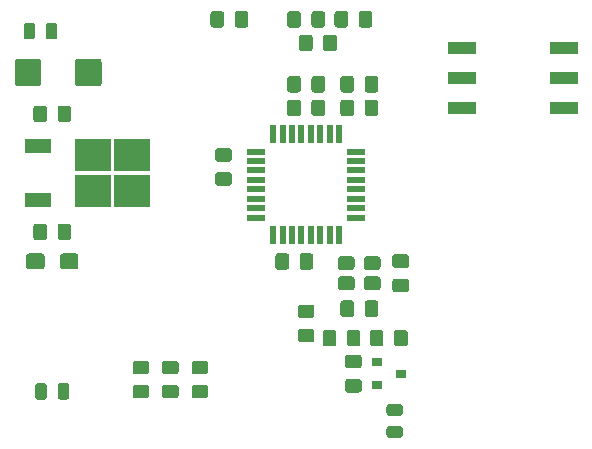
<source format=gbr>
G04 #@! TF.GenerationSoftware,KiCad,Pcbnew,5.1.5-52549c5~84~ubuntu18.04.1*
G04 #@! TF.CreationDate,2020-01-03T01:36:26+01:00*
G04 #@! TF.ProjectId,presen-fsr,70726573-656e-42d6-9673-722e6b696361,0*
G04 #@! TF.SameCoordinates,Original*
G04 #@! TF.FileFunction,Paste,Top*
G04 #@! TF.FilePolarity,Positive*
%FSLAX46Y46*%
G04 Gerber Fmt 4.6, Leading zero omitted, Abs format (unit mm)*
G04 Created by KiCad (PCBNEW 5.1.5-52549c5~84~ubuntu18.04.1) date 2020-01-03 01:36:26*
%MOMM*%
%LPD*%
G04 APERTURE LIST*
%ADD10C,0.100000*%
%ADD11R,1.600000X0.550000*%
%ADD12R,0.550000X1.600000*%
%ADD13R,3.050000X2.750000*%
%ADD14R,2.200000X1.200000*%
%ADD15R,2.440000X1.120000*%
%ADD16R,0.900000X0.800000*%
G04 APERTURE END LIST*
D10*
G36*
X61029405Y-143251445D02*
G01*
X61058527Y-143255764D01*
X61087085Y-143262918D01*
X61114805Y-143272836D01*
X61141419Y-143285424D01*
X61166671Y-143300559D01*
X61190318Y-143318097D01*
X61212132Y-143337868D01*
X61231903Y-143359682D01*
X61249441Y-143383329D01*
X61264576Y-143408581D01*
X61277164Y-143435195D01*
X61287082Y-143462915D01*
X61294236Y-143491473D01*
X61298555Y-143520595D01*
X61300000Y-143550000D01*
X61300000Y-144150000D01*
X61298555Y-144179405D01*
X61294236Y-144208527D01*
X61287082Y-144237085D01*
X61277164Y-144264805D01*
X61264576Y-144291419D01*
X61249441Y-144316671D01*
X61231903Y-144340318D01*
X61212132Y-144362132D01*
X61190318Y-144381903D01*
X61166671Y-144399441D01*
X61141419Y-144414576D01*
X61114805Y-144427164D01*
X61087085Y-144437082D01*
X61058527Y-144444236D01*
X61029405Y-144448555D01*
X61000000Y-144450000D01*
X60200000Y-144450000D01*
X60170595Y-144448555D01*
X60141473Y-144444236D01*
X60112915Y-144437082D01*
X60085195Y-144427164D01*
X60058581Y-144414576D01*
X60033329Y-144399441D01*
X60009682Y-144381903D01*
X59987868Y-144362132D01*
X59968097Y-144340318D01*
X59950559Y-144316671D01*
X59935424Y-144291419D01*
X59922836Y-144264805D01*
X59912918Y-144237085D01*
X59905764Y-144208527D01*
X59901445Y-144179405D01*
X59900000Y-144150000D01*
X59900000Y-143550000D01*
X59901445Y-143520595D01*
X59905764Y-143491473D01*
X59912918Y-143462915D01*
X59922836Y-143435195D01*
X59935424Y-143408581D01*
X59950559Y-143383329D01*
X59968097Y-143359682D01*
X59987868Y-143337868D01*
X60009682Y-143318097D01*
X60033329Y-143300559D01*
X60058581Y-143285424D01*
X60085195Y-143272836D01*
X60112915Y-143262918D01*
X60141473Y-143255764D01*
X60170595Y-143251445D01*
X60200000Y-143250000D01*
X61000000Y-143250000D01*
X61029405Y-143251445D01*
G37*
G36*
X58829405Y-143251445D02*
G01*
X58858527Y-143255764D01*
X58887085Y-143262918D01*
X58914805Y-143272836D01*
X58941419Y-143285424D01*
X58966671Y-143300559D01*
X58990318Y-143318097D01*
X59012132Y-143337868D01*
X59031903Y-143359682D01*
X59049441Y-143383329D01*
X59064576Y-143408581D01*
X59077164Y-143435195D01*
X59087082Y-143462915D01*
X59094236Y-143491473D01*
X59098555Y-143520595D01*
X59100000Y-143550000D01*
X59100000Y-144150000D01*
X59098555Y-144179405D01*
X59094236Y-144208527D01*
X59087082Y-144237085D01*
X59077164Y-144264805D01*
X59064576Y-144291419D01*
X59049441Y-144316671D01*
X59031903Y-144340318D01*
X59012132Y-144362132D01*
X58990318Y-144381903D01*
X58966671Y-144399441D01*
X58941419Y-144414576D01*
X58914805Y-144427164D01*
X58887085Y-144437082D01*
X58858527Y-144444236D01*
X58829405Y-144448555D01*
X58800000Y-144450000D01*
X58000000Y-144450000D01*
X57970595Y-144448555D01*
X57941473Y-144444236D01*
X57912915Y-144437082D01*
X57885195Y-144427164D01*
X57858581Y-144414576D01*
X57833329Y-144399441D01*
X57809682Y-144381903D01*
X57787868Y-144362132D01*
X57768097Y-144340318D01*
X57750559Y-144316671D01*
X57735424Y-144291419D01*
X57722836Y-144264805D01*
X57712918Y-144237085D01*
X57705764Y-144208527D01*
X57701445Y-144179405D01*
X57700000Y-144150000D01*
X57700000Y-143550000D01*
X57701445Y-143520595D01*
X57705764Y-143491473D01*
X57712918Y-143462915D01*
X57722836Y-143435195D01*
X57735424Y-143408581D01*
X57750559Y-143383329D01*
X57768097Y-143359682D01*
X57787868Y-143337868D01*
X57809682Y-143318097D01*
X57833329Y-143300559D01*
X57858581Y-143285424D01*
X57885195Y-143272836D01*
X57912915Y-143262918D01*
X57941473Y-143255764D01*
X57970595Y-143251445D01*
X58000000Y-143250000D01*
X58800000Y-143250000D01*
X58829405Y-143251445D01*
G37*
G36*
X58829405Y-141551445D02*
G01*
X58858527Y-141555764D01*
X58887085Y-141562918D01*
X58914805Y-141572836D01*
X58941419Y-141585424D01*
X58966671Y-141600559D01*
X58990318Y-141618097D01*
X59012132Y-141637868D01*
X59031903Y-141659682D01*
X59049441Y-141683329D01*
X59064576Y-141708581D01*
X59077164Y-141735195D01*
X59087082Y-141762915D01*
X59094236Y-141791473D01*
X59098555Y-141820595D01*
X59100000Y-141850000D01*
X59100000Y-142450000D01*
X59098555Y-142479405D01*
X59094236Y-142508527D01*
X59087082Y-142537085D01*
X59077164Y-142564805D01*
X59064576Y-142591419D01*
X59049441Y-142616671D01*
X59031903Y-142640318D01*
X59012132Y-142662132D01*
X58990318Y-142681903D01*
X58966671Y-142699441D01*
X58941419Y-142714576D01*
X58914805Y-142727164D01*
X58887085Y-142737082D01*
X58858527Y-142744236D01*
X58829405Y-142748555D01*
X58800000Y-142750000D01*
X58000000Y-142750000D01*
X57970595Y-142748555D01*
X57941473Y-142744236D01*
X57912915Y-142737082D01*
X57885195Y-142727164D01*
X57858581Y-142714576D01*
X57833329Y-142699441D01*
X57809682Y-142681903D01*
X57787868Y-142662132D01*
X57768097Y-142640318D01*
X57750559Y-142616671D01*
X57735424Y-142591419D01*
X57722836Y-142564805D01*
X57712918Y-142537085D01*
X57705764Y-142508527D01*
X57701445Y-142479405D01*
X57700000Y-142450000D01*
X57700000Y-141850000D01*
X57701445Y-141820595D01*
X57705764Y-141791473D01*
X57712918Y-141762915D01*
X57722836Y-141735195D01*
X57735424Y-141708581D01*
X57750559Y-141683329D01*
X57768097Y-141659682D01*
X57787868Y-141637868D01*
X57809682Y-141618097D01*
X57833329Y-141600559D01*
X57858581Y-141585424D01*
X57885195Y-141572836D01*
X57912915Y-141562918D01*
X57941473Y-141555764D01*
X57970595Y-141551445D01*
X58000000Y-141550000D01*
X58800000Y-141550000D01*
X58829405Y-141551445D01*
G37*
G36*
X61029405Y-141551445D02*
G01*
X61058527Y-141555764D01*
X61087085Y-141562918D01*
X61114805Y-141572836D01*
X61141419Y-141585424D01*
X61166671Y-141600559D01*
X61190318Y-141618097D01*
X61212132Y-141637868D01*
X61231903Y-141659682D01*
X61249441Y-141683329D01*
X61264576Y-141708581D01*
X61277164Y-141735195D01*
X61287082Y-141762915D01*
X61294236Y-141791473D01*
X61298555Y-141820595D01*
X61300000Y-141850000D01*
X61300000Y-142450000D01*
X61298555Y-142479405D01*
X61294236Y-142508527D01*
X61287082Y-142537085D01*
X61277164Y-142564805D01*
X61264576Y-142591419D01*
X61249441Y-142616671D01*
X61231903Y-142640318D01*
X61212132Y-142662132D01*
X61190318Y-142681903D01*
X61166671Y-142699441D01*
X61141419Y-142714576D01*
X61114805Y-142727164D01*
X61087085Y-142737082D01*
X61058527Y-142744236D01*
X61029405Y-142748555D01*
X61000000Y-142750000D01*
X60200000Y-142750000D01*
X60170595Y-142748555D01*
X60141473Y-142744236D01*
X60112915Y-142737082D01*
X60085195Y-142727164D01*
X60058581Y-142714576D01*
X60033329Y-142699441D01*
X60009682Y-142681903D01*
X59987868Y-142662132D01*
X59968097Y-142640318D01*
X59950559Y-142616671D01*
X59935424Y-142591419D01*
X59922836Y-142564805D01*
X59912918Y-142537085D01*
X59905764Y-142508527D01*
X59901445Y-142479405D01*
X59900000Y-142450000D01*
X59900000Y-141850000D01*
X59901445Y-141820595D01*
X59905764Y-141791473D01*
X59912918Y-141762915D01*
X59922836Y-141735195D01*
X59935424Y-141708581D01*
X59950559Y-141683329D01*
X59968097Y-141659682D01*
X59987868Y-141637868D01*
X60009682Y-141618097D01*
X60033329Y-141600559D01*
X60058581Y-141585424D01*
X60085195Y-141572836D01*
X60112915Y-141562918D01*
X60141473Y-141555764D01*
X60170595Y-141551445D01*
X60200000Y-141550000D01*
X61000000Y-141550000D01*
X61029405Y-141551445D01*
G37*
D11*
X50750000Y-138300000D03*
X50750000Y-137500000D03*
X50750000Y-136700000D03*
X50750000Y-135900000D03*
X50750000Y-135100000D03*
X50750000Y-134300000D03*
X50750000Y-133500000D03*
X50750000Y-132700000D03*
D12*
X52200000Y-131250000D03*
X53000000Y-131250000D03*
X53800000Y-131250000D03*
X54600000Y-131250000D03*
X55400000Y-131250000D03*
X56200000Y-131250000D03*
X57000000Y-131250000D03*
X57800000Y-131250000D03*
D11*
X59250000Y-132700000D03*
X59250000Y-133500000D03*
X59250000Y-134300000D03*
X59250000Y-135100000D03*
X59250000Y-135900000D03*
X59250000Y-136700000D03*
X59250000Y-137500000D03*
X59250000Y-138300000D03*
D12*
X57800000Y-139750000D03*
X57000000Y-139750000D03*
X56200000Y-139750000D03*
X55400000Y-139750000D03*
X54600000Y-139750000D03*
X53800000Y-139750000D03*
X53000000Y-139750000D03*
X52200000Y-139750000D03*
D13*
X36925000Y-136025000D03*
X40275000Y-132975000D03*
X36925000Y-132975000D03*
X40275000Y-136025000D03*
D14*
X32300000Y-136780000D03*
X32300000Y-132220000D03*
D15*
X76805000Y-123960000D03*
X68195000Y-129040000D03*
X76805000Y-126500000D03*
X68195000Y-126500000D03*
X76805000Y-129040000D03*
X68195000Y-123960000D03*
D10*
G36*
X55324505Y-122801204D02*
G01*
X55348773Y-122804804D01*
X55372572Y-122810765D01*
X55395671Y-122819030D01*
X55417850Y-122829520D01*
X55438893Y-122842132D01*
X55458599Y-122856747D01*
X55476777Y-122873223D01*
X55493253Y-122891401D01*
X55507868Y-122911107D01*
X55520480Y-122932150D01*
X55530970Y-122954329D01*
X55539235Y-122977428D01*
X55545196Y-123001227D01*
X55548796Y-123025495D01*
X55550000Y-123049999D01*
X55550000Y-123950001D01*
X55548796Y-123974505D01*
X55545196Y-123998773D01*
X55539235Y-124022572D01*
X55530970Y-124045671D01*
X55520480Y-124067850D01*
X55507868Y-124088893D01*
X55493253Y-124108599D01*
X55476777Y-124126777D01*
X55458599Y-124143253D01*
X55438893Y-124157868D01*
X55417850Y-124170480D01*
X55395671Y-124180970D01*
X55372572Y-124189235D01*
X55348773Y-124195196D01*
X55324505Y-124198796D01*
X55300001Y-124200000D01*
X54649999Y-124200000D01*
X54625495Y-124198796D01*
X54601227Y-124195196D01*
X54577428Y-124189235D01*
X54554329Y-124180970D01*
X54532150Y-124170480D01*
X54511107Y-124157868D01*
X54491401Y-124143253D01*
X54473223Y-124126777D01*
X54456747Y-124108599D01*
X54442132Y-124088893D01*
X54429520Y-124067850D01*
X54419030Y-124045671D01*
X54410765Y-124022572D01*
X54404804Y-123998773D01*
X54401204Y-123974505D01*
X54400000Y-123950001D01*
X54400000Y-123049999D01*
X54401204Y-123025495D01*
X54404804Y-123001227D01*
X54410765Y-122977428D01*
X54419030Y-122954329D01*
X54429520Y-122932150D01*
X54442132Y-122911107D01*
X54456747Y-122891401D01*
X54473223Y-122873223D01*
X54491401Y-122856747D01*
X54511107Y-122842132D01*
X54532150Y-122829520D01*
X54554329Y-122819030D01*
X54577428Y-122810765D01*
X54601227Y-122804804D01*
X54625495Y-122801204D01*
X54649999Y-122800000D01*
X55300001Y-122800000D01*
X55324505Y-122801204D01*
G37*
G36*
X57374505Y-122801204D02*
G01*
X57398773Y-122804804D01*
X57422572Y-122810765D01*
X57445671Y-122819030D01*
X57467850Y-122829520D01*
X57488893Y-122842132D01*
X57508599Y-122856747D01*
X57526777Y-122873223D01*
X57543253Y-122891401D01*
X57557868Y-122911107D01*
X57570480Y-122932150D01*
X57580970Y-122954329D01*
X57589235Y-122977428D01*
X57595196Y-123001227D01*
X57598796Y-123025495D01*
X57600000Y-123049999D01*
X57600000Y-123950001D01*
X57598796Y-123974505D01*
X57595196Y-123998773D01*
X57589235Y-124022572D01*
X57580970Y-124045671D01*
X57570480Y-124067850D01*
X57557868Y-124088893D01*
X57543253Y-124108599D01*
X57526777Y-124126777D01*
X57508599Y-124143253D01*
X57488893Y-124157868D01*
X57467850Y-124170480D01*
X57445671Y-124180970D01*
X57422572Y-124189235D01*
X57398773Y-124195196D01*
X57374505Y-124198796D01*
X57350001Y-124200000D01*
X56699999Y-124200000D01*
X56675495Y-124198796D01*
X56651227Y-124195196D01*
X56627428Y-124189235D01*
X56604329Y-124180970D01*
X56582150Y-124170480D01*
X56561107Y-124157868D01*
X56541401Y-124143253D01*
X56523223Y-124126777D01*
X56506747Y-124108599D01*
X56492132Y-124088893D01*
X56479520Y-124067850D01*
X56469030Y-124045671D01*
X56460765Y-124022572D01*
X56454804Y-123998773D01*
X56451204Y-123974505D01*
X56450000Y-123950001D01*
X56450000Y-123049999D01*
X56451204Y-123025495D01*
X56454804Y-123001227D01*
X56460765Y-122977428D01*
X56469030Y-122954329D01*
X56479520Y-122932150D01*
X56492132Y-122911107D01*
X56506747Y-122891401D01*
X56523223Y-122873223D01*
X56541401Y-122856747D01*
X56561107Y-122842132D01*
X56582150Y-122829520D01*
X56604329Y-122819030D01*
X56627428Y-122810765D01*
X56651227Y-122804804D01*
X56675495Y-122801204D01*
X56699999Y-122800000D01*
X57350001Y-122800000D01*
X57374505Y-122801204D01*
G37*
G36*
X58324505Y-120801204D02*
G01*
X58348773Y-120804804D01*
X58372572Y-120810765D01*
X58395671Y-120819030D01*
X58417850Y-120829520D01*
X58438893Y-120842132D01*
X58458599Y-120856747D01*
X58476777Y-120873223D01*
X58493253Y-120891401D01*
X58507868Y-120911107D01*
X58520480Y-120932150D01*
X58530970Y-120954329D01*
X58539235Y-120977428D01*
X58545196Y-121001227D01*
X58548796Y-121025495D01*
X58550000Y-121049999D01*
X58550000Y-121950001D01*
X58548796Y-121974505D01*
X58545196Y-121998773D01*
X58539235Y-122022572D01*
X58530970Y-122045671D01*
X58520480Y-122067850D01*
X58507868Y-122088893D01*
X58493253Y-122108599D01*
X58476777Y-122126777D01*
X58458599Y-122143253D01*
X58438893Y-122157868D01*
X58417850Y-122170480D01*
X58395671Y-122180970D01*
X58372572Y-122189235D01*
X58348773Y-122195196D01*
X58324505Y-122198796D01*
X58300001Y-122200000D01*
X57649999Y-122200000D01*
X57625495Y-122198796D01*
X57601227Y-122195196D01*
X57577428Y-122189235D01*
X57554329Y-122180970D01*
X57532150Y-122170480D01*
X57511107Y-122157868D01*
X57491401Y-122143253D01*
X57473223Y-122126777D01*
X57456747Y-122108599D01*
X57442132Y-122088893D01*
X57429520Y-122067850D01*
X57419030Y-122045671D01*
X57410765Y-122022572D01*
X57404804Y-121998773D01*
X57401204Y-121974505D01*
X57400000Y-121950001D01*
X57400000Y-121049999D01*
X57401204Y-121025495D01*
X57404804Y-121001227D01*
X57410765Y-120977428D01*
X57419030Y-120954329D01*
X57429520Y-120932150D01*
X57442132Y-120911107D01*
X57456747Y-120891401D01*
X57473223Y-120873223D01*
X57491401Y-120856747D01*
X57511107Y-120842132D01*
X57532150Y-120829520D01*
X57554329Y-120819030D01*
X57577428Y-120810765D01*
X57601227Y-120804804D01*
X57625495Y-120801204D01*
X57649999Y-120800000D01*
X58300001Y-120800000D01*
X58324505Y-120801204D01*
G37*
G36*
X60374505Y-120801204D02*
G01*
X60398773Y-120804804D01*
X60422572Y-120810765D01*
X60445671Y-120819030D01*
X60467850Y-120829520D01*
X60488893Y-120842132D01*
X60508599Y-120856747D01*
X60526777Y-120873223D01*
X60543253Y-120891401D01*
X60557868Y-120911107D01*
X60570480Y-120932150D01*
X60580970Y-120954329D01*
X60589235Y-120977428D01*
X60595196Y-121001227D01*
X60598796Y-121025495D01*
X60600000Y-121049999D01*
X60600000Y-121950001D01*
X60598796Y-121974505D01*
X60595196Y-121998773D01*
X60589235Y-122022572D01*
X60580970Y-122045671D01*
X60570480Y-122067850D01*
X60557868Y-122088893D01*
X60543253Y-122108599D01*
X60526777Y-122126777D01*
X60508599Y-122143253D01*
X60488893Y-122157868D01*
X60467850Y-122170480D01*
X60445671Y-122180970D01*
X60422572Y-122189235D01*
X60398773Y-122195196D01*
X60374505Y-122198796D01*
X60350001Y-122200000D01*
X59699999Y-122200000D01*
X59675495Y-122198796D01*
X59651227Y-122195196D01*
X59627428Y-122189235D01*
X59604329Y-122180970D01*
X59582150Y-122170480D01*
X59561107Y-122157868D01*
X59541401Y-122143253D01*
X59523223Y-122126777D01*
X59506747Y-122108599D01*
X59492132Y-122088893D01*
X59479520Y-122067850D01*
X59469030Y-122045671D01*
X59460765Y-122022572D01*
X59454804Y-121998773D01*
X59451204Y-121974505D01*
X59450000Y-121950001D01*
X59450000Y-121049999D01*
X59451204Y-121025495D01*
X59454804Y-121001227D01*
X59460765Y-120977428D01*
X59469030Y-120954329D01*
X59479520Y-120932150D01*
X59492132Y-120911107D01*
X59506747Y-120891401D01*
X59523223Y-120873223D01*
X59541401Y-120856747D01*
X59561107Y-120842132D01*
X59582150Y-120829520D01*
X59604329Y-120819030D01*
X59627428Y-120810765D01*
X59651227Y-120804804D01*
X59675495Y-120801204D01*
X59699999Y-120800000D01*
X60350001Y-120800000D01*
X60374505Y-120801204D01*
G37*
G36*
X59474505Y-149901204D02*
G01*
X59498773Y-149904804D01*
X59522572Y-149910765D01*
X59545671Y-149919030D01*
X59567850Y-149929520D01*
X59588893Y-149942132D01*
X59608599Y-149956747D01*
X59626777Y-149973223D01*
X59643253Y-149991401D01*
X59657868Y-150011107D01*
X59670480Y-150032150D01*
X59680970Y-150054329D01*
X59689235Y-150077428D01*
X59695196Y-150101227D01*
X59698796Y-150125495D01*
X59700000Y-150149999D01*
X59700000Y-150800001D01*
X59698796Y-150824505D01*
X59695196Y-150848773D01*
X59689235Y-150872572D01*
X59680970Y-150895671D01*
X59670480Y-150917850D01*
X59657868Y-150938893D01*
X59643253Y-150958599D01*
X59626777Y-150976777D01*
X59608599Y-150993253D01*
X59588893Y-151007868D01*
X59567850Y-151020480D01*
X59545671Y-151030970D01*
X59522572Y-151039235D01*
X59498773Y-151045196D01*
X59474505Y-151048796D01*
X59450001Y-151050000D01*
X58549999Y-151050000D01*
X58525495Y-151048796D01*
X58501227Y-151045196D01*
X58477428Y-151039235D01*
X58454329Y-151030970D01*
X58432150Y-151020480D01*
X58411107Y-151007868D01*
X58391401Y-150993253D01*
X58373223Y-150976777D01*
X58356747Y-150958599D01*
X58342132Y-150938893D01*
X58329520Y-150917850D01*
X58319030Y-150895671D01*
X58310765Y-150872572D01*
X58304804Y-150848773D01*
X58301204Y-150824505D01*
X58300000Y-150800001D01*
X58300000Y-150149999D01*
X58301204Y-150125495D01*
X58304804Y-150101227D01*
X58310765Y-150077428D01*
X58319030Y-150054329D01*
X58329520Y-150032150D01*
X58342132Y-150011107D01*
X58356747Y-149991401D01*
X58373223Y-149973223D01*
X58391401Y-149956747D01*
X58411107Y-149942132D01*
X58432150Y-149929520D01*
X58454329Y-149919030D01*
X58477428Y-149910765D01*
X58501227Y-149904804D01*
X58525495Y-149901204D01*
X58549999Y-149900000D01*
X59450001Y-149900000D01*
X59474505Y-149901204D01*
G37*
G36*
X59474505Y-151951204D02*
G01*
X59498773Y-151954804D01*
X59522572Y-151960765D01*
X59545671Y-151969030D01*
X59567850Y-151979520D01*
X59588893Y-151992132D01*
X59608599Y-152006747D01*
X59626777Y-152023223D01*
X59643253Y-152041401D01*
X59657868Y-152061107D01*
X59670480Y-152082150D01*
X59680970Y-152104329D01*
X59689235Y-152127428D01*
X59695196Y-152151227D01*
X59698796Y-152175495D01*
X59700000Y-152199999D01*
X59700000Y-152850001D01*
X59698796Y-152874505D01*
X59695196Y-152898773D01*
X59689235Y-152922572D01*
X59680970Y-152945671D01*
X59670480Y-152967850D01*
X59657868Y-152988893D01*
X59643253Y-153008599D01*
X59626777Y-153026777D01*
X59608599Y-153043253D01*
X59588893Y-153057868D01*
X59567850Y-153070480D01*
X59545671Y-153080970D01*
X59522572Y-153089235D01*
X59498773Y-153095196D01*
X59474505Y-153098796D01*
X59450001Y-153100000D01*
X58549999Y-153100000D01*
X58525495Y-153098796D01*
X58501227Y-153095196D01*
X58477428Y-153089235D01*
X58454329Y-153080970D01*
X58432150Y-153070480D01*
X58411107Y-153057868D01*
X58391401Y-153043253D01*
X58373223Y-153026777D01*
X58356747Y-153008599D01*
X58342132Y-152988893D01*
X58329520Y-152967850D01*
X58319030Y-152945671D01*
X58310765Y-152922572D01*
X58304804Y-152898773D01*
X58301204Y-152874505D01*
X58300000Y-152850001D01*
X58300000Y-152199999D01*
X58301204Y-152175495D01*
X58304804Y-152151227D01*
X58310765Y-152127428D01*
X58319030Y-152104329D01*
X58329520Y-152082150D01*
X58342132Y-152061107D01*
X58356747Y-152041401D01*
X58373223Y-152023223D01*
X58391401Y-152006747D01*
X58411107Y-151992132D01*
X58432150Y-151979520D01*
X58454329Y-151969030D01*
X58477428Y-151960765D01*
X58501227Y-151954804D01*
X58525495Y-151951204D01*
X58549999Y-151950000D01*
X59450001Y-151950000D01*
X59474505Y-151951204D01*
G37*
G36*
X58824505Y-128301204D02*
G01*
X58848773Y-128304804D01*
X58872572Y-128310765D01*
X58895671Y-128319030D01*
X58917850Y-128329520D01*
X58938893Y-128342132D01*
X58958599Y-128356747D01*
X58976777Y-128373223D01*
X58993253Y-128391401D01*
X59007868Y-128411107D01*
X59020480Y-128432150D01*
X59030970Y-128454329D01*
X59039235Y-128477428D01*
X59045196Y-128501227D01*
X59048796Y-128525495D01*
X59050000Y-128549999D01*
X59050000Y-129450001D01*
X59048796Y-129474505D01*
X59045196Y-129498773D01*
X59039235Y-129522572D01*
X59030970Y-129545671D01*
X59020480Y-129567850D01*
X59007868Y-129588893D01*
X58993253Y-129608599D01*
X58976777Y-129626777D01*
X58958599Y-129643253D01*
X58938893Y-129657868D01*
X58917850Y-129670480D01*
X58895671Y-129680970D01*
X58872572Y-129689235D01*
X58848773Y-129695196D01*
X58824505Y-129698796D01*
X58800001Y-129700000D01*
X58149999Y-129700000D01*
X58125495Y-129698796D01*
X58101227Y-129695196D01*
X58077428Y-129689235D01*
X58054329Y-129680970D01*
X58032150Y-129670480D01*
X58011107Y-129657868D01*
X57991401Y-129643253D01*
X57973223Y-129626777D01*
X57956747Y-129608599D01*
X57942132Y-129588893D01*
X57929520Y-129567850D01*
X57919030Y-129545671D01*
X57910765Y-129522572D01*
X57904804Y-129498773D01*
X57901204Y-129474505D01*
X57900000Y-129450001D01*
X57900000Y-128549999D01*
X57901204Y-128525495D01*
X57904804Y-128501227D01*
X57910765Y-128477428D01*
X57919030Y-128454329D01*
X57929520Y-128432150D01*
X57942132Y-128411107D01*
X57956747Y-128391401D01*
X57973223Y-128373223D01*
X57991401Y-128356747D01*
X58011107Y-128342132D01*
X58032150Y-128329520D01*
X58054329Y-128319030D01*
X58077428Y-128310765D01*
X58101227Y-128304804D01*
X58125495Y-128301204D01*
X58149999Y-128300000D01*
X58800001Y-128300000D01*
X58824505Y-128301204D01*
G37*
G36*
X60874505Y-128301204D02*
G01*
X60898773Y-128304804D01*
X60922572Y-128310765D01*
X60945671Y-128319030D01*
X60967850Y-128329520D01*
X60988893Y-128342132D01*
X61008599Y-128356747D01*
X61026777Y-128373223D01*
X61043253Y-128391401D01*
X61057868Y-128411107D01*
X61070480Y-128432150D01*
X61080970Y-128454329D01*
X61089235Y-128477428D01*
X61095196Y-128501227D01*
X61098796Y-128525495D01*
X61100000Y-128549999D01*
X61100000Y-129450001D01*
X61098796Y-129474505D01*
X61095196Y-129498773D01*
X61089235Y-129522572D01*
X61080970Y-129545671D01*
X61070480Y-129567850D01*
X61057868Y-129588893D01*
X61043253Y-129608599D01*
X61026777Y-129626777D01*
X61008599Y-129643253D01*
X60988893Y-129657868D01*
X60967850Y-129670480D01*
X60945671Y-129680970D01*
X60922572Y-129689235D01*
X60898773Y-129695196D01*
X60874505Y-129698796D01*
X60850001Y-129700000D01*
X60199999Y-129700000D01*
X60175495Y-129698796D01*
X60151227Y-129695196D01*
X60127428Y-129689235D01*
X60104329Y-129680970D01*
X60082150Y-129670480D01*
X60061107Y-129657868D01*
X60041401Y-129643253D01*
X60023223Y-129626777D01*
X60006747Y-129608599D01*
X59992132Y-129588893D01*
X59979520Y-129567850D01*
X59969030Y-129545671D01*
X59960765Y-129522572D01*
X59954804Y-129498773D01*
X59951204Y-129474505D01*
X59950000Y-129450001D01*
X59950000Y-128549999D01*
X59951204Y-128525495D01*
X59954804Y-128501227D01*
X59960765Y-128477428D01*
X59969030Y-128454329D01*
X59979520Y-128432150D01*
X59992132Y-128411107D01*
X60006747Y-128391401D01*
X60023223Y-128373223D01*
X60041401Y-128356747D01*
X60061107Y-128342132D01*
X60082150Y-128329520D01*
X60104329Y-128319030D01*
X60127428Y-128310765D01*
X60151227Y-128304804D01*
X60175495Y-128301204D01*
X60199999Y-128300000D01*
X60850001Y-128300000D01*
X60874505Y-128301204D01*
G37*
G36*
X59374505Y-147801204D02*
G01*
X59398773Y-147804804D01*
X59422572Y-147810765D01*
X59445671Y-147819030D01*
X59467850Y-147829520D01*
X59488893Y-147842132D01*
X59508599Y-147856747D01*
X59526777Y-147873223D01*
X59543253Y-147891401D01*
X59557868Y-147911107D01*
X59570480Y-147932150D01*
X59580970Y-147954329D01*
X59589235Y-147977428D01*
X59595196Y-148001227D01*
X59598796Y-148025495D01*
X59600000Y-148049999D01*
X59600000Y-148950001D01*
X59598796Y-148974505D01*
X59595196Y-148998773D01*
X59589235Y-149022572D01*
X59580970Y-149045671D01*
X59570480Y-149067850D01*
X59557868Y-149088893D01*
X59543253Y-149108599D01*
X59526777Y-149126777D01*
X59508599Y-149143253D01*
X59488893Y-149157868D01*
X59467850Y-149170480D01*
X59445671Y-149180970D01*
X59422572Y-149189235D01*
X59398773Y-149195196D01*
X59374505Y-149198796D01*
X59350001Y-149200000D01*
X58699999Y-149200000D01*
X58675495Y-149198796D01*
X58651227Y-149195196D01*
X58627428Y-149189235D01*
X58604329Y-149180970D01*
X58582150Y-149170480D01*
X58561107Y-149157868D01*
X58541401Y-149143253D01*
X58523223Y-149126777D01*
X58506747Y-149108599D01*
X58492132Y-149088893D01*
X58479520Y-149067850D01*
X58469030Y-149045671D01*
X58460765Y-149022572D01*
X58454804Y-148998773D01*
X58451204Y-148974505D01*
X58450000Y-148950001D01*
X58450000Y-148049999D01*
X58451204Y-148025495D01*
X58454804Y-148001227D01*
X58460765Y-147977428D01*
X58469030Y-147954329D01*
X58479520Y-147932150D01*
X58492132Y-147911107D01*
X58506747Y-147891401D01*
X58523223Y-147873223D01*
X58541401Y-147856747D01*
X58561107Y-147842132D01*
X58582150Y-147829520D01*
X58604329Y-147819030D01*
X58627428Y-147810765D01*
X58651227Y-147804804D01*
X58675495Y-147801204D01*
X58699999Y-147800000D01*
X59350001Y-147800000D01*
X59374505Y-147801204D01*
G37*
G36*
X57324505Y-147801204D02*
G01*
X57348773Y-147804804D01*
X57372572Y-147810765D01*
X57395671Y-147819030D01*
X57417850Y-147829520D01*
X57438893Y-147842132D01*
X57458599Y-147856747D01*
X57476777Y-147873223D01*
X57493253Y-147891401D01*
X57507868Y-147911107D01*
X57520480Y-147932150D01*
X57530970Y-147954329D01*
X57539235Y-147977428D01*
X57545196Y-148001227D01*
X57548796Y-148025495D01*
X57550000Y-148049999D01*
X57550000Y-148950001D01*
X57548796Y-148974505D01*
X57545196Y-148998773D01*
X57539235Y-149022572D01*
X57530970Y-149045671D01*
X57520480Y-149067850D01*
X57507868Y-149088893D01*
X57493253Y-149108599D01*
X57476777Y-149126777D01*
X57458599Y-149143253D01*
X57438893Y-149157868D01*
X57417850Y-149170480D01*
X57395671Y-149180970D01*
X57372572Y-149189235D01*
X57348773Y-149195196D01*
X57324505Y-149198796D01*
X57300001Y-149200000D01*
X56649999Y-149200000D01*
X56625495Y-149198796D01*
X56601227Y-149195196D01*
X56577428Y-149189235D01*
X56554329Y-149180970D01*
X56532150Y-149170480D01*
X56511107Y-149157868D01*
X56491401Y-149143253D01*
X56473223Y-149126777D01*
X56456747Y-149108599D01*
X56442132Y-149088893D01*
X56429520Y-149067850D01*
X56419030Y-149045671D01*
X56410765Y-149022572D01*
X56404804Y-148998773D01*
X56401204Y-148974505D01*
X56400000Y-148950001D01*
X56400000Y-148049999D01*
X56401204Y-148025495D01*
X56404804Y-148001227D01*
X56410765Y-147977428D01*
X56419030Y-147954329D01*
X56429520Y-147932150D01*
X56442132Y-147911107D01*
X56456747Y-147891401D01*
X56473223Y-147873223D01*
X56491401Y-147856747D01*
X56511107Y-147842132D01*
X56532150Y-147829520D01*
X56554329Y-147819030D01*
X56577428Y-147810765D01*
X56601227Y-147804804D01*
X56625495Y-147801204D01*
X56649999Y-147800000D01*
X57300001Y-147800000D01*
X57324505Y-147801204D01*
G37*
G36*
X41474505Y-150401204D02*
G01*
X41498773Y-150404804D01*
X41522572Y-150410765D01*
X41545671Y-150419030D01*
X41567850Y-150429520D01*
X41588893Y-150442132D01*
X41608599Y-150456747D01*
X41626777Y-150473223D01*
X41643253Y-150491401D01*
X41657868Y-150511107D01*
X41670480Y-150532150D01*
X41680970Y-150554329D01*
X41689235Y-150577428D01*
X41695196Y-150601227D01*
X41698796Y-150625495D01*
X41700000Y-150649999D01*
X41700000Y-151300001D01*
X41698796Y-151324505D01*
X41695196Y-151348773D01*
X41689235Y-151372572D01*
X41680970Y-151395671D01*
X41670480Y-151417850D01*
X41657868Y-151438893D01*
X41643253Y-151458599D01*
X41626777Y-151476777D01*
X41608599Y-151493253D01*
X41588893Y-151507868D01*
X41567850Y-151520480D01*
X41545671Y-151530970D01*
X41522572Y-151539235D01*
X41498773Y-151545196D01*
X41474505Y-151548796D01*
X41450001Y-151550000D01*
X40549999Y-151550000D01*
X40525495Y-151548796D01*
X40501227Y-151545196D01*
X40477428Y-151539235D01*
X40454329Y-151530970D01*
X40432150Y-151520480D01*
X40411107Y-151507868D01*
X40391401Y-151493253D01*
X40373223Y-151476777D01*
X40356747Y-151458599D01*
X40342132Y-151438893D01*
X40329520Y-151417850D01*
X40319030Y-151395671D01*
X40310765Y-151372572D01*
X40304804Y-151348773D01*
X40301204Y-151324505D01*
X40300000Y-151300001D01*
X40300000Y-150649999D01*
X40301204Y-150625495D01*
X40304804Y-150601227D01*
X40310765Y-150577428D01*
X40319030Y-150554329D01*
X40329520Y-150532150D01*
X40342132Y-150511107D01*
X40356747Y-150491401D01*
X40373223Y-150473223D01*
X40391401Y-150456747D01*
X40411107Y-150442132D01*
X40432150Y-150429520D01*
X40454329Y-150419030D01*
X40477428Y-150410765D01*
X40501227Y-150404804D01*
X40525495Y-150401204D01*
X40549999Y-150400000D01*
X41450001Y-150400000D01*
X41474505Y-150401204D01*
G37*
G36*
X41474505Y-152451204D02*
G01*
X41498773Y-152454804D01*
X41522572Y-152460765D01*
X41545671Y-152469030D01*
X41567850Y-152479520D01*
X41588893Y-152492132D01*
X41608599Y-152506747D01*
X41626777Y-152523223D01*
X41643253Y-152541401D01*
X41657868Y-152561107D01*
X41670480Y-152582150D01*
X41680970Y-152604329D01*
X41689235Y-152627428D01*
X41695196Y-152651227D01*
X41698796Y-152675495D01*
X41700000Y-152699999D01*
X41700000Y-153350001D01*
X41698796Y-153374505D01*
X41695196Y-153398773D01*
X41689235Y-153422572D01*
X41680970Y-153445671D01*
X41670480Y-153467850D01*
X41657868Y-153488893D01*
X41643253Y-153508599D01*
X41626777Y-153526777D01*
X41608599Y-153543253D01*
X41588893Y-153557868D01*
X41567850Y-153570480D01*
X41545671Y-153580970D01*
X41522572Y-153589235D01*
X41498773Y-153595196D01*
X41474505Y-153598796D01*
X41450001Y-153600000D01*
X40549999Y-153600000D01*
X40525495Y-153598796D01*
X40501227Y-153595196D01*
X40477428Y-153589235D01*
X40454329Y-153580970D01*
X40432150Y-153570480D01*
X40411107Y-153557868D01*
X40391401Y-153543253D01*
X40373223Y-153526777D01*
X40356747Y-153508599D01*
X40342132Y-153488893D01*
X40329520Y-153467850D01*
X40319030Y-153445671D01*
X40310765Y-153422572D01*
X40304804Y-153398773D01*
X40301204Y-153374505D01*
X40300000Y-153350001D01*
X40300000Y-152699999D01*
X40301204Y-152675495D01*
X40304804Y-152651227D01*
X40310765Y-152627428D01*
X40319030Y-152604329D01*
X40329520Y-152582150D01*
X40342132Y-152561107D01*
X40356747Y-152541401D01*
X40373223Y-152523223D01*
X40391401Y-152506747D01*
X40411107Y-152492132D01*
X40432150Y-152479520D01*
X40454329Y-152469030D01*
X40477428Y-152460765D01*
X40501227Y-152454804D01*
X40525495Y-152451204D01*
X40549999Y-152450000D01*
X41450001Y-152450000D01*
X41474505Y-152451204D01*
G37*
G36*
X43974505Y-150401204D02*
G01*
X43998773Y-150404804D01*
X44022572Y-150410765D01*
X44045671Y-150419030D01*
X44067850Y-150429520D01*
X44088893Y-150442132D01*
X44108599Y-150456747D01*
X44126777Y-150473223D01*
X44143253Y-150491401D01*
X44157868Y-150511107D01*
X44170480Y-150532150D01*
X44180970Y-150554329D01*
X44189235Y-150577428D01*
X44195196Y-150601227D01*
X44198796Y-150625495D01*
X44200000Y-150649999D01*
X44200000Y-151300001D01*
X44198796Y-151324505D01*
X44195196Y-151348773D01*
X44189235Y-151372572D01*
X44180970Y-151395671D01*
X44170480Y-151417850D01*
X44157868Y-151438893D01*
X44143253Y-151458599D01*
X44126777Y-151476777D01*
X44108599Y-151493253D01*
X44088893Y-151507868D01*
X44067850Y-151520480D01*
X44045671Y-151530970D01*
X44022572Y-151539235D01*
X43998773Y-151545196D01*
X43974505Y-151548796D01*
X43950001Y-151550000D01*
X43049999Y-151550000D01*
X43025495Y-151548796D01*
X43001227Y-151545196D01*
X42977428Y-151539235D01*
X42954329Y-151530970D01*
X42932150Y-151520480D01*
X42911107Y-151507868D01*
X42891401Y-151493253D01*
X42873223Y-151476777D01*
X42856747Y-151458599D01*
X42842132Y-151438893D01*
X42829520Y-151417850D01*
X42819030Y-151395671D01*
X42810765Y-151372572D01*
X42804804Y-151348773D01*
X42801204Y-151324505D01*
X42800000Y-151300001D01*
X42800000Y-150649999D01*
X42801204Y-150625495D01*
X42804804Y-150601227D01*
X42810765Y-150577428D01*
X42819030Y-150554329D01*
X42829520Y-150532150D01*
X42842132Y-150511107D01*
X42856747Y-150491401D01*
X42873223Y-150473223D01*
X42891401Y-150456747D01*
X42911107Y-150442132D01*
X42932150Y-150429520D01*
X42954329Y-150419030D01*
X42977428Y-150410765D01*
X43001227Y-150404804D01*
X43025495Y-150401204D01*
X43049999Y-150400000D01*
X43950001Y-150400000D01*
X43974505Y-150401204D01*
G37*
G36*
X43974505Y-152451204D02*
G01*
X43998773Y-152454804D01*
X44022572Y-152460765D01*
X44045671Y-152469030D01*
X44067850Y-152479520D01*
X44088893Y-152492132D01*
X44108599Y-152506747D01*
X44126777Y-152523223D01*
X44143253Y-152541401D01*
X44157868Y-152561107D01*
X44170480Y-152582150D01*
X44180970Y-152604329D01*
X44189235Y-152627428D01*
X44195196Y-152651227D01*
X44198796Y-152675495D01*
X44200000Y-152699999D01*
X44200000Y-153350001D01*
X44198796Y-153374505D01*
X44195196Y-153398773D01*
X44189235Y-153422572D01*
X44180970Y-153445671D01*
X44170480Y-153467850D01*
X44157868Y-153488893D01*
X44143253Y-153508599D01*
X44126777Y-153526777D01*
X44108599Y-153543253D01*
X44088893Y-153557868D01*
X44067850Y-153570480D01*
X44045671Y-153580970D01*
X44022572Y-153589235D01*
X43998773Y-153595196D01*
X43974505Y-153598796D01*
X43950001Y-153600000D01*
X43049999Y-153600000D01*
X43025495Y-153598796D01*
X43001227Y-153595196D01*
X42977428Y-153589235D01*
X42954329Y-153580970D01*
X42932150Y-153570480D01*
X42911107Y-153557868D01*
X42891401Y-153543253D01*
X42873223Y-153526777D01*
X42856747Y-153508599D01*
X42842132Y-153488893D01*
X42829520Y-153467850D01*
X42819030Y-153445671D01*
X42810765Y-153422572D01*
X42804804Y-153398773D01*
X42801204Y-153374505D01*
X42800000Y-153350001D01*
X42800000Y-152699999D01*
X42801204Y-152675495D01*
X42804804Y-152651227D01*
X42810765Y-152627428D01*
X42819030Y-152604329D01*
X42829520Y-152582150D01*
X42842132Y-152561107D01*
X42856747Y-152541401D01*
X42873223Y-152523223D01*
X42891401Y-152506747D01*
X42911107Y-152492132D01*
X42932150Y-152479520D01*
X42954329Y-152469030D01*
X42977428Y-152460765D01*
X43001227Y-152454804D01*
X43025495Y-152451204D01*
X43049999Y-152450000D01*
X43950001Y-152450000D01*
X43974505Y-152451204D01*
G37*
G36*
X55474505Y-147701204D02*
G01*
X55498773Y-147704804D01*
X55522572Y-147710765D01*
X55545671Y-147719030D01*
X55567850Y-147729520D01*
X55588893Y-147742132D01*
X55608599Y-147756747D01*
X55626777Y-147773223D01*
X55643253Y-147791401D01*
X55657868Y-147811107D01*
X55670480Y-147832150D01*
X55680970Y-147854329D01*
X55689235Y-147877428D01*
X55695196Y-147901227D01*
X55698796Y-147925495D01*
X55700000Y-147949999D01*
X55700000Y-148600001D01*
X55698796Y-148624505D01*
X55695196Y-148648773D01*
X55689235Y-148672572D01*
X55680970Y-148695671D01*
X55670480Y-148717850D01*
X55657868Y-148738893D01*
X55643253Y-148758599D01*
X55626777Y-148776777D01*
X55608599Y-148793253D01*
X55588893Y-148807868D01*
X55567850Y-148820480D01*
X55545671Y-148830970D01*
X55522572Y-148839235D01*
X55498773Y-148845196D01*
X55474505Y-148848796D01*
X55450001Y-148850000D01*
X54549999Y-148850000D01*
X54525495Y-148848796D01*
X54501227Y-148845196D01*
X54477428Y-148839235D01*
X54454329Y-148830970D01*
X54432150Y-148820480D01*
X54411107Y-148807868D01*
X54391401Y-148793253D01*
X54373223Y-148776777D01*
X54356747Y-148758599D01*
X54342132Y-148738893D01*
X54329520Y-148717850D01*
X54319030Y-148695671D01*
X54310765Y-148672572D01*
X54304804Y-148648773D01*
X54301204Y-148624505D01*
X54300000Y-148600001D01*
X54300000Y-147949999D01*
X54301204Y-147925495D01*
X54304804Y-147901227D01*
X54310765Y-147877428D01*
X54319030Y-147854329D01*
X54329520Y-147832150D01*
X54342132Y-147811107D01*
X54356747Y-147791401D01*
X54373223Y-147773223D01*
X54391401Y-147756747D01*
X54411107Y-147742132D01*
X54432150Y-147729520D01*
X54454329Y-147719030D01*
X54477428Y-147710765D01*
X54501227Y-147704804D01*
X54525495Y-147701204D01*
X54549999Y-147700000D01*
X55450001Y-147700000D01*
X55474505Y-147701204D01*
G37*
G36*
X55474505Y-145651204D02*
G01*
X55498773Y-145654804D01*
X55522572Y-145660765D01*
X55545671Y-145669030D01*
X55567850Y-145679520D01*
X55588893Y-145692132D01*
X55608599Y-145706747D01*
X55626777Y-145723223D01*
X55643253Y-145741401D01*
X55657868Y-145761107D01*
X55670480Y-145782150D01*
X55680970Y-145804329D01*
X55689235Y-145827428D01*
X55695196Y-145851227D01*
X55698796Y-145875495D01*
X55700000Y-145899999D01*
X55700000Y-146550001D01*
X55698796Y-146574505D01*
X55695196Y-146598773D01*
X55689235Y-146622572D01*
X55680970Y-146645671D01*
X55670480Y-146667850D01*
X55657868Y-146688893D01*
X55643253Y-146708599D01*
X55626777Y-146726777D01*
X55608599Y-146743253D01*
X55588893Y-146757868D01*
X55567850Y-146770480D01*
X55545671Y-146780970D01*
X55522572Y-146789235D01*
X55498773Y-146795196D01*
X55474505Y-146798796D01*
X55450001Y-146800000D01*
X54549999Y-146800000D01*
X54525495Y-146798796D01*
X54501227Y-146795196D01*
X54477428Y-146789235D01*
X54454329Y-146780970D01*
X54432150Y-146770480D01*
X54411107Y-146757868D01*
X54391401Y-146743253D01*
X54373223Y-146726777D01*
X54356747Y-146708599D01*
X54342132Y-146688893D01*
X54329520Y-146667850D01*
X54319030Y-146645671D01*
X54310765Y-146622572D01*
X54304804Y-146598773D01*
X54301204Y-146574505D01*
X54300000Y-146550001D01*
X54300000Y-145899999D01*
X54301204Y-145875495D01*
X54304804Y-145851227D01*
X54310765Y-145827428D01*
X54319030Y-145804329D01*
X54329520Y-145782150D01*
X54342132Y-145761107D01*
X54356747Y-145741401D01*
X54373223Y-145723223D01*
X54391401Y-145706747D01*
X54411107Y-145692132D01*
X54432150Y-145679520D01*
X54454329Y-145669030D01*
X54477428Y-145660765D01*
X54501227Y-145654804D01*
X54525495Y-145651204D01*
X54549999Y-145650000D01*
X55450001Y-145650000D01*
X55474505Y-145651204D01*
G37*
D16*
X63000000Y-151500000D03*
X61000000Y-152450000D03*
X61000000Y-150550000D03*
D10*
G36*
X60874505Y-126301204D02*
G01*
X60898773Y-126304804D01*
X60922572Y-126310765D01*
X60945671Y-126319030D01*
X60967850Y-126329520D01*
X60988893Y-126342132D01*
X61008599Y-126356747D01*
X61026777Y-126373223D01*
X61043253Y-126391401D01*
X61057868Y-126411107D01*
X61070480Y-126432150D01*
X61080970Y-126454329D01*
X61089235Y-126477428D01*
X61095196Y-126501227D01*
X61098796Y-126525495D01*
X61100000Y-126549999D01*
X61100000Y-127450001D01*
X61098796Y-127474505D01*
X61095196Y-127498773D01*
X61089235Y-127522572D01*
X61080970Y-127545671D01*
X61070480Y-127567850D01*
X61057868Y-127588893D01*
X61043253Y-127608599D01*
X61026777Y-127626777D01*
X61008599Y-127643253D01*
X60988893Y-127657868D01*
X60967850Y-127670480D01*
X60945671Y-127680970D01*
X60922572Y-127689235D01*
X60898773Y-127695196D01*
X60874505Y-127698796D01*
X60850001Y-127700000D01*
X60199999Y-127700000D01*
X60175495Y-127698796D01*
X60151227Y-127695196D01*
X60127428Y-127689235D01*
X60104329Y-127680970D01*
X60082150Y-127670480D01*
X60061107Y-127657868D01*
X60041401Y-127643253D01*
X60023223Y-127626777D01*
X60006747Y-127608599D01*
X59992132Y-127588893D01*
X59979520Y-127567850D01*
X59969030Y-127545671D01*
X59960765Y-127522572D01*
X59954804Y-127498773D01*
X59951204Y-127474505D01*
X59950000Y-127450001D01*
X59950000Y-126549999D01*
X59951204Y-126525495D01*
X59954804Y-126501227D01*
X59960765Y-126477428D01*
X59969030Y-126454329D01*
X59979520Y-126432150D01*
X59992132Y-126411107D01*
X60006747Y-126391401D01*
X60023223Y-126373223D01*
X60041401Y-126356747D01*
X60061107Y-126342132D01*
X60082150Y-126329520D01*
X60104329Y-126319030D01*
X60127428Y-126310765D01*
X60151227Y-126304804D01*
X60175495Y-126301204D01*
X60199999Y-126300000D01*
X60850001Y-126300000D01*
X60874505Y-126301204D01*
G37*
G36*
X58824505Y-126301204D02*
G01*
X58848773Y-126304804D01*
X58872572Y-126310765D01*
X58895671Y-126319030D01*
X58917850Y-126329520D01*
X58938893Y-126342132D01*
X58958599Y-126356747D01*
X58976777Y-126373223D01*
X58993253Y-126391401D01*
X59007868Y-126411107D01*
X59020480Y-126432150D01*
X59030970Y-126454329D01*
X59039235Y-126477428D01*
X59045196Y-126501227D01*
X59048796Y-126525495D01*
X59050000Y-126549999D01*
X59050000Y-127450001D01*
X59048796Y-127474505D01*
X59045196Y-127498773D01*
X59039235Y-127522572D01*
X59030970Y-127545671D01*
X59020480Y-127567850D01*
X59007868Y-127588893D01*
X58993253Y-127608599D01*
X58976777Y-127626777D01*
X58958599Y-127643253D01*
X58938893Y-127657868D01*
X58917850Y-127670480D01*
X58895671Y-127680970D01*
X58872572Y-127689235D01*
X58848773Y-127695196D01*
X58824505Y-127698796D01*
X58800001Y-127700000D01*
X58149999Y-127700000D01*
X58125495Y-127698796D01*
X58101227Y-127695196D01*
X58077428Y-127689235D01*
X58054329Y-127680970D01*
X58032150Y-127670480D01*
X58011107Y-127657868D01*
X57991401Y-127643253D01*
X57973223Y-127626777D01*
X57956747Y-127608599D01*
X57942132Y-127588893D01*
X57929520Y-127567850D01*
X57919030Y-127545671D01*
X57910765Y-127522572D01*
X57904804Y-127498773D01*
X57901204Y-127474505D01*
X57900000Y-127450001D01*
X57900000Y-126549999D01*
X57901204Y-126525495D01*
X57904804Y-126501227D01*
X57910765Y-126477428D01*
X57919030Y-126454329D01*
X57929520Y-126432150D01*
X57942132Y-126411107D01*
X57956747Y-126391401D01*
X57973223Y-126373223D01*
X57991401Y-126356747D01*
X58011107Y-126342132D01*
X58032150Y-126329520D01*
X58054329Y-126319030D01*
X58077428Y-126310765D01*
X58101227Y-126304804D01*
X58125495Y-126301204D01*
X58149999Y-126300000D01*
X58800001Y-126300000D01*
X58824505Y-126301204D01*
G37*
G36*
X63374505Y-147801204D02*
G01*
X63398773Y-147804804D01*
X63422572Y-147810765D01*
X63445671Y-147819030D01*
X63467850Y-147829520D01*
X63488893Y-147842132D01*
X63508599Y-147856747D01*
X63526777Y-147873223D01*
X63543253Y-147891401D01*
X63557868Y-147911107D01*
X63570480Y-147932150D01*
X63580970Y-147954329D01*
X63589235Y-147977428D01*
X63595196Y-148001227D01*
X63598796Y-148025495D01*
X63600000Y-148049999D01*
X63600000Y-148950001D01*
X63598796Y-148974505D01*
X63595196Y-148998773D01*
X63589235Y-149022572D01*
X63580970Y-149045671D01*
X63570480Y-149067850D01*
X63557868Y-149088893D01*
X63543253Y-149108599D01*
X63526777Y-149126777D01*
X63508599Y-149143253D01*
X63488893Y-149157868D01*
X63467850Y-149170480D01*
X63445671Y-149180970D01*
X63422572Y-149189235D01*
X63398773Y-149195196D01*
X63374505Y-149198796D01*
X63350001Y-149200000D01*
X62699999Y-149200000D01*
X62675495Y-149198796D01*
X62651227Y-149195196D01*
X62627428Y-149189235D01*
X62604329Y-149180970D01*
X62582150Y-149170480D01*
X62561107Y-149157868D01*
X62541401Y-149143253D01*
X62523223Y-149126777D01*
X62506747Y-149108599D01*
X62492132Y-149088893D01*
X62479520Y-149067850D01*
X62469030Y-149045671D01*
X62460765Y-149022572D01*
X62454804Y-148998773D01*
X62451204Y-148974505D01*
X62450000Y-148950001D01*
X62450000Y-148049999D01*
X62451204Y-148025495D01*
X62454804Y-148001227D01*
X62460765Y-147977428D01*
X62469030Y-147954329D01*
X62479520Y-147932150D01*
X62492132Y-147911107D01*
X62506747Y-147891401D01*
X62523223Y-147873223D01*
X62541401Y-147856747D01*
X62561107Y-147842132D01*
X62582150Y-147829520D01*
X62604329Y-147819030D01*
X62627428Y-147810765D01*
X62651227Y-147804804D01*
X62675495Y-147801204D01*
X62699999Y-147800000D01*
X63350001Y-147800000D01*
X63374505Y-147801204D01*
G37*
G36*
X61324505Y-147801204D02*
G01*
X61348773Y-147804804D01*
X61372572Y-147810765D01*
X61395671Y-147819030D01*
X61417850Y-147829520D01*
X61438893Y-147842132D01*
X61458599Y-147856747D01*
X61476777Y-147873223D01*
X61493253Y-147891401D01*
X61507868Y-147911107D01*
X61520480Y-147932150D01*
X61530970Y-147954329D01*
X61539235Y-147977428D01*
X61545196Y-148001227D01*
X61548796Y-148025495D01*
X61550000Y-148049999D01*
X61550000Y-148950001D01*
X61548796Y-148974505D01*
X61545196Y-148998773D01*
X61539235Y-149022572D01*
X61530970Y-149045671D01*
X61520480Y-149067850D01*
X61507868Y-149088893D01*
X61493253Y-149108599D01*
X61476777Y-149126777D01*
X61458599Y-149143253D01*
X61438893Y-149157868D01*
X61417850Y-149170480D01*
X61395671Y-149180970D01*
X61372572Y-149189235D01*
X61348773Y-149195196D01*
X61324505Y-149198796D01*
X61300001Y-149200000D01*
X60649999Y-149200000D01*
X60625495Y-149198796D01*
X60601227Y-149195196D01*
X60577428Y-149189235D01*
X60554329Y-149180970D01*
X60532150Y-149170480D01*
X60511107Y-149157868D01*
X60491401Y-149143253D01*
X60473223Y-149126777D01*
X60456747Y-149108599D01*
X60442132Y-149088893D01*
X60429520Y-149067850D01*
X60419030Y-149045671D01*
X60410765Y-149022572D01*
X60404804Y-148998773D01*
X60401204Y-148974505D01*
X60400000Y-148950001D01*
X60400000Y-148049999D01*
X60401204Y-148025495D01*
X60404804Y-148001227D01*
X60410765Y-147977428D01*
X60419030Y-147954329D01*
X60429520Y-147932150D01*
X60442132Y-147911107D01*
X60456747Y-147891401D01*
X60473223Y-147873223D01*
X60491401Y-147856747D01*
X60511107Y-147842132D01*
X60532150Y-147829520D01*
X60554329Y-147819030D01*
X60577428Y-147810765D01*
X60601227Y-147804804D01*
X60625495Y-147801204D01*
X60649999Y-147800000D01*
X61300001Y-147800000D01*
X61324505Y-147801204D01*
G37*
G36*
X62980142Y-154076174D02*
G01*
X63003803Y-154079684D01*
X63027007Y-154085496D01*
X63049529Y-154093554D01*
X63071153Y-154103782D01*
X63091670Y-154116079D01*
X63110883Y-154130329D01*
X63128607Y-154146393D01*
X63144671Y-154164117D01*
X63158921Y-154183330D01*
X63171218Y-154203847D01*
X63181446Y-154225471D01*
X63189504Y-154247993D01*
X63195316Y-154271197D01*
X63198826Y-154294858D01*
X63200000Y-154318750D01*
X63200000Y-154806250D01*
X63198826Y-154830142D01*
X63195316Y-154853803D01*
X63189504Y-154877007D01*
X63181446Y-154899529D01*
X63171218Y-154921153D01*
X63158921Y-154941670D01*
X63144671Y-154960883D01*
X63128607Y-154978607D01*
X63110883Y-154994671D01*
X63091670Y-155008921D01*
X63071153Y-155021218D01*
X63049529Y-155031446D01*
X63027007Y-155039504D01*
X63003803Y-155045316D01*
X62980142Y-155048826D01*
X62956250Y-155050000D01*
X62043750Y-155050000D01*
X62019858Y-155048826D01*
X61996197Y-155045316D01*
X61972993Y-155039504D01*
X61950471Y-155031446D01*
X61928847Y-155021218D01*
X61908330Y-155008921D01*
X61889117Y-154994671D01*
X61871393Y-154978607D01*
X61855329Y-154960883D01*
X61841079Y-154941670D01*
X61828782Y-154921153D01*
X61818554Y-154899529D01*
X61810496Y-154877007D01*
X61804684Y-154853803D01*
X61801174Y-154830142D01*
X61800000Y-154806250D01*
X61800000Y-154318750D01*
X61801174Y-154294858D01*
X61804684Y-154271197D01*
X61810496Y-154247993D01*
X61818554Y-154225471D01*
X61828782Y-154203847D01*
X61841079Y-154183330D01*
X61855329Y-154164117D01*
X61871393Y-154146393D01*
X61889117Y-154130329D01*
X61908330Y-154116079D01*
X61928847Y-154103782D01*
X61950471Y-154093554D01*
X61972993Y-154085496D01*
X61996197Y-154079684D01*
X62019858Y-154076174D01*
X62043750Y-154075000D01*
X62956250Y-154075000D01*
X62980142Y-154076174D01*
G37*
G36*
X62980142Y-155951174D02*
G01*
X63003803Y-155954684D01*
X63027007Y-155960496D01*
X63049529Y-155968554D01*
X63071153Y-155978782D01*
X63091670Y-155991079D01*
X63110883Y-156005329D01*
X63128607Y-156021393D01*
X63144671Y-156039117D01*
X63158921Y-156058330D01*
X63171218Y-156078847D01*
X63181446Y-156100471D01*
X63189504Y-156122993D01*
X63195316Y-156146197D01*
X63198826Y-156169858D01*
X63200000Y-156193750D01*
X63200000Y-156681250D01*
X63198826Y-156705142D01*
X63195316Y-156728803D01*
X63189504Y-156752007D01*
X63181446Y-156774529D01*
X63171218Y-156796153D01*
X63158921Y-156816670D01*
X63144671Y-156835883D01*
X63128607Y-156853607D01*
X63110883Y-156869671D01*
X63091670Y-156883921D01*
X63071153Y-156896218D01*
X63049529Y-156906446D01*
X63027007Y-156914504D01*
X63003803Y-156920316D01*
X62980142Y-156923826D01*
X62956250Y-156925000D01*
X62043750Y-156925000D01*
X62019858Y-156923826D01*
X61996197Y-156920316D01*
X61972993Y-156914504D01*
X61950471Y-156906446D01*
X61928847Y-156896218D01*
X61908330Y-156883921D01*
X61889117Y-156869671D01*
X61871393Y-156853607D01*
X61855329Y-156835883D01*
X61841079Y-156816670D01*
X61828782Y-156796153D01*
X61818554Y-156774529D01*
X61810496Y-156752007D01*
X61804684Y-156728803D01*
X61801174Y-156705142D01*
X61800000Y-156681250D01*
X61800000Y-156193750D01*
X61801174Y-156169858D01*
X61804684Y-156146197D01*
X61810496Y-156122993D01*
X61818554Y-156100471D01*
X61828782Y-156078847D01*
X61841079Y-156058330D01*
X61855329Y-156039117D01*
X61871393Y-156021393D01*
X61889117Y-156005329D01*
X61908330Y-155991079D01*
X61928847Y-155978782D01*
X61950471Y-155968554D01*
X61972993Y-155960496D01*
X61996197Y-155954684D01*
X62019858Y-155951174D01*
X62043750Y-155950000D01*
X62956250Y-155950000D01*
X62980142Y-155951174D01*
G37*
G36*
X34705142Y-152301174D02*
G01*
X34728803Y-152304684D01*
X34752007Y-152310496D01*
X34774529Y-152318554D01*
X34796153Y-152328782D01*
X34816670Y-152341079D01*
X34835883Y-152355329D01*
X34853607Y-152371393D01*
X34869671Y-152389117D01*
X34883921Y-152408330D01*
X34896218Y-152428847D01*
X34906446Y-152450471D01*
X34914504Y-152472993D01*
X34920316Y-152496197D01*
X34923826Y-152519858D01*
X34925000Y-152543750D01*
X34925000Y-153456250D01*
X34923826Y-153480142D01*
X34920316Y-153503803D01*
X34914504Y-153527007D01*
X34906446Y-153549529D01*
X34896218Y-153571153D01*
X34883921Y-153591670D01*
X34869671Y-153610883D01*
X34853607Y-153628607D01*
X34835883Y-153644671D01*
X34816670Y-153658921D01*
X34796153Y-153671218D01*
X34774529Y-153681446D01*
X34752007Y-153689504D01*
X34728803Y-153695316D01*
X34705142Y-153698826D01*
X34681250Y-153700000D01*
X34193750Y-153700000D01*
X34169858Y-153698826D01*
X34146197Y-153695316D01*
X34122993Y-153689504D01*
X34100471Y-153681446D01*
X34078847Y-153671218D01*
X34058330Y-153658921D01*
X34039117Y-153644671D01*
X34021393Y-153628607D01*
X34005329Y-153610883D01*
X33991079Y-153591670D01*
X33978782Y-153571153D01*
X33968554Y-153549529D01*
X33960496Y-153527007D01*
X33954684Y-153503803D01*
X33951174Y-153480142D01*
X33950000Y-153456250D01*
X33950000Y-152543750D01*
X33951174Y-152519858D01*
X33954684Y-152496197D01*
X33960496Y-152472993D01*
X33968554Y-152450471D01*
X33978782Y-152428847D01*
X33991079Y-152408330D01*
X34005329Y-152389117D01*
X34021393Y-152371393D01*
X34039117Y-152355329D01*
X34058330Y-152341079D01*
X34078847Y-152328782D01*
X34100471Y-152318554D01*
X34122993Y-152310496D01*
X34146197Y-152304684D01*
X34169858Y-152301174D01*
X34193750Y-152300000D01*
X34681250Y-152300000D01*
X34705142Y-152301174D01*
G37*
G36*
X32830142Y-152301174D02*
G01*
X32853803Y-152304684D01*
X32877007Y-152310496D01*
X32899529Y-152318554D01*
X32921153Y-152328782D01*
X32941670Y-152341079D01*
X32960883Y-152355329D01*
X32978607Y-152371393D01*
X32994671Y-152389117D01*
X33008921Y-152408330D01*
X33021218Y-152428847D01*
X33031446Y-152450471D01*
X33039504Y-152472993D01*
X33045316Y-152496197D01*
X33048826Y-152519858D01*
X33050000Y-152543750D01*
X33050000Y-153456250D01*
X33048826Y-153480142D01*
X33045316Y-153503803D01*
X33039504Y-153527007D01*
X33031446Y-153549529D01*
X33021218Y-153571153D01*
X33008921Y-153591670D01*
X32994671Y-153610883D01*
X32978607Y-153628607D01*
X32960883Y-153644671D01*
X32941670Y-153658921D01*
X32921153Y-153671218D01*
X32899529Y-153681446D01*
X32877007Y-153689504D01*
X32853803Y-153695316D01*
X32830142Y-153698826D01*
X32806250Y-153700000D01*
X32318750Y-153700000D01*
X32294858Y-153698826D01*
X32271197Y-153695316D01*
X32247993Y-153689504D01*
X32225471Y-153681446D01*
X32203847Y-153671218D01*
X32183330Y-153658921D01*
X32164117Y-153644671D01*
X32146393Y-153628607D01*
X32130329Y-153610883D01*
X32116079Y-153591670D01*
X32103782Y-153571153D01*
X32093554Y-153549529D01*
X32085496Y-153527007D01*
X32079684Y-153503803D01*
X32076174Y-153480142D01*
X32075000Y-153456250D01*
X32075000Y-152543750D01*
X32076174Y-152519858D01*
X32079684Y-152496197D01*
X32085496Y-152472993D01*
X32093554Y-152450471D01*
X32103782Y-152428847D01*
X32116079Y-152408330D01*
X32130329Y-152389117D01*
X32146393Y-152371393D01*
X32164117Y-152355329D01*
X32183330Y-152341079D01*
X32203847Y-152328782D01*
X32225471Y-152318554D01*
X32247993Y-152310496D01*
X32271197Y-152304684D01*
X32294858Y-152301174D01*
X32318750Y-152300000D01*
X32806250Y-152300000D01*
X32830142Y-152301174D01*
G37*
G36*
X33705142Y-121801174D02*
G01*
X33728803Y-121804684D01*
X33752007Y-121810496D01*
X33774529Y-121818554D01*
X33796153Y-121828782D01*
X33816670Y-121841079D01*
X33835883Y-121855329D01*
X33853607Y-121871393D01*
X33869671Y-121889117D01*
X33883921Y-121908330D01*
X33896218Y-121928847D01*
X33906446Y-121950471D01*
X33914504Y-121972993D01*
X33920316Y-121996197D01*
X33923826Y-122019858D01*
X33925000Y-122043750D01*
X33925000Y-122956250D01*
X33923826Y-122980142D01*
X33920316Y-123003803D01*
X33914504Y-123027007D01*
X33906446Y-123049529D01*
X33896218Y-123071153D01*
X33883921Y-123091670D01*
X33869671Y-123110883D01*
X33853607Y-123128607D01*
X33835883Y-123144671D01*
X33816670Y-123158921D01*
X33796153Y-123171218D01*
X33774529Y-123181446D01*
X33752007Y-123189504D01*
X33728803Y-123195316D01*
X33705142Y-123198826D01*
X33681250Y-123200000D01*
X33193750Y-123200000D01*
X33169858Y-123198826D01*
X33146197Y-123195316D01*
X33122993Y-123189504D01*
X33100471Y-123181446D01*
X33078847Y-123171218D01*
X33058330Y-123158921D01*
X33039117Y-123144671D01*
X33021393Y-123128607D01*
X33005329Y-123110883D01*
X32991079Y-123091670D01*
X32978782Y-123071153D01*
X32968554Y-123049529D01*
X32960496Y-123027007D01*
X32954684Y-123003803D01*
X32951174Y-122980142D01*
X32950000Y-122956250D01*
X32950000Y-122043750D01*
X32951174Y-122019858D01*
X32954684Y-121996197D01*
X32960496Y-121972993D01*
X32968554Y-121950471D01*
X32978782Y-121928847D01*
X32991079Y-121908330D01*
X33005329Y-121889117D01*
X33021393Y-121871393D01*
X33039117Y-121855329D01*
X33058330Y-121841079D01*
X33078847Y-121828782D01*
X33100471Y-121818554D01*
X33122993Y-121810496D01*
X33146197Y-121804684D01*
X33169858Y-121801174D01*
X33193750Y-121800000D01*
X33681250Y-121800000D01*
X33705142Y-121801174D01*
G37*
G36*
X31830142Y-121801174D02*
G01*
X31853803Y-121804684D01*
X31877007Y-121810496D01*
X31899529Y-121818554D01*
X31921153Y-121828782D01*
X31941670Y-121841079D01*
X31960883Y-121855329D01*
X31978607Y-121871393D01*
X31994671Y-121889117D01*
X32008921Y-121908330D01*
X32021218Y-121928847D01*
X32031446Y-121950471D01*
X32039504Y-121972993D01*
X32045316Y-121996197D01*
X32048826Y-122019858D01*
X32050000Y-122043750D01*
X32050000Y-122956250D01*
X32048826Y-122980142D01*
X32045316Y-123003803D01*
X32039504Y-123027007D01*
X32031446Y-123049529D01*
X32021218Y-123071153D01*
X32008921Y-123091670D01*
X31994671Y-123110883D01*
X31978607Y-123128607D01*
X31960883Y-123144671D01*
X31941670Y-123158921D01*
X31921153Y-123171218D01*
X31899529Y-123181446D01*
X31877007Y-123189504D01*
X31853803Y-123195316D01*
X31830142Y-123198826D01*
X31806250Y-123200000D01*
X31318750Y-123200000D01*
X31294858Y-123198826D01*
X31271197Y-123195316D01*
X31247993Y-123189504D01*
X31225471Y-123181446D01*
X31203847Y-123171218D01*
X31183330Y-123158921D01*
X31164117Y-123144671D01*
X31146393Y-123128607D01*
X31130329Y-123110883D01*
X31116079Y-123091670D01*
X31103782Y-123071153D01*
X31093554Y-123049529D01*
X31085496Y-123027007D01*
X31079684Y-123003803D01*
X31076174Y-122980142D01*
X31075000Y-122956250D01*
X31075000Y-122043750D01*
X31076174Y-122019858D01*
X31079684Y-121996197D01*
X31085496Y-121972993D01*
X31093554Y-121950471D01*
X31103782Y-121928847D01*
X31116079Y-121908330D01*
X31130329Y-121889117D01*
X31146393Y-121871393D01*
X31164117Y-121855329D01*
X31183330Y-121841079D01*
X31203847Y-121828782D01*
X31225471Y-121818554D01*
X31247993Y-121810496D01*
X31271197Y-121804684D01*
X31294858Y-121801174D01*
X31318750Y-121800000D01*
X31806250Y-121800000D01*
X31830142Y-121801174D01*
G37*
G36*
X47824505Y-120801204D02*
G01*
X47848773Y-120804804D01*
X47872572Y-120810765D01*
X47895671Y-120819030D01*
X47917850Y-120829520D01*
X47938893Y-120842132D01*
X47958599Y-120856747D01*
X47976777Y-120873223D01*
X47993253Y-120891401D01*
X48007868Y-120911107D01*
X48020480Y-120932150D01*
X48030970Y-120954329D01*
X48039235Y-120977428D01*
X48045196Y-121001227D01*
X48048796Y-121025495D01*
X48050000Y-121049999D01*
X48050000Y-121950001D01*
X48048796Y-121974505D01*
X48045196Y-121998773D01*
X48039235Y-122022572D01*
X48030970Y-122045671D01*
X48020480Y-122067850D01*
X48007868Y-122088893D01*
X47993253Y-122108599D01*
X47976777Y-122126777D01*
X47958599Y-122143253D01*
X47938893Y-122157868D01*
X47917850Y-122170480D01*
X47895671Y-122180970D01*
X47872572Y-122189235D01*
X47848773Y-122195196D01*
X47824505Y-122198796D01*
X47800001Y-122200000D01*
X47149999Y-122200000D01*
X47125495Y-122198796D01*
X47101227Y-122195196D01*
X47077428Y-122189235D01*
X47054329Y-122180970D01*
X47032150Y-122170480D01*
X47011107Y-122157868D01*
X46991401Y-122143253D01*
X46973223Y-122126777D01*
X46956747Y-122108599D01*
X46942132Y-122088893D01*
X46929520Y-122067850D01*
X46919030Y-122045671D01*
X46910765Y-122022572D01*
X46904804Y-121998773D01*
X46901204Y-121974505D01*
X46900000Y-121950001D01*
X46900000Y-121049999D01*
X46901204Y-121025495D01*
X46904804Y-121001227D01*
X46910765Y-120977428D01*
X46919030Y-120954329D01*
X46929520Y-120932150D01*
X46942132Y-120911107D01*
X46956747Y-120891401D01*
X46973223Y-120873223D01*
X46991401Y-120856747D01*
X47011107Y-120842132D01*
X47032150Y-120829520D01*
X47054329Y-120819030D01*
X47077428Y-120810765D01*
X47101227Y-120804804D01*
X47125495Y-120801204D01*
X47149999Y-120800000D01*
X47800001Y-120800000D01*
X47824505Y-120801204D01*
G37*
G36*
X49874505Y-120801204D02*
G01*
X49898773Y-120804804D01*
X49922572Y-120810765D01*
X49945671Y-120819030D01*
X49967850Y-120829520D01*
X49988893Y-120842132D01*
X50008599Y-120856747D01*
X50026777Y-120873223D01*
X50043253Y-120891401D01*
X50057868Y-120911107D01*
X50070480Y-120932150D01*
X50080970Y-120954329D01*
X50089235Y-120977428D01*
X50095196Y-121001227D01*
X50098796Y-121025495D01*
X50100000Y-121049999D01*
X50100000Y-121950001D01*
X50098796Y-121974505D01*
X50095196Y-121998773D01*
X50089235Y-122022572D01*
X50080970Y-122045671D01*
X50070480Y-122067850D01*
X50057868Y-122088893D01*
X50043253Y-122108599D01*
X50026777Y-122126777D01*
X50008599Y-122143253D01*
X49988893Y-122157868D01*
X49967850Y-122170480D01*
X49945671Y-122180970D01*
X49922572Y-122189235D01*
X49898773Y-122195196D01*
X49874505Y-122198796D01*
X49850001Y-122200000D01*
X49199999Y-122200000D01*
X49175495Y-122198796D01*
X49151227Y-122195196D01*
X49127428Y-122189235D01*
X49104329Y-122180970D01*
X49082150Y-122170480D01*
X49061107Y-122157868D01*
X49041401Y-122143253D01*
X49023223Y-122126777D01*
X49006747Y-122108599D01*
X48992132Y-122088893D01*
X48979520Y-122067850D01*
X48969030Y-122045671D01*
X48960765Y-122022572D01*
X48954804Y-121998773D01*
X48951204Y-121974505D01*
X48950000Y-121950001D01*
X48950000Y-121049999D01*
X48951204Y-121025495D01*
X48954804Y-121001227D01*
X48960765Y-120977428D01*
X48969030Y-120954329D01*
X48979520Y-120932150D01*
X48992132Y-120911107D01*
X49006747Y-120891401D01*
X49023223Y-120873223D01*
X49041401Y-120856747D01*
X49061107Y-120842132D01*
X49082150Y-120829520D01*
X49104329Y-120819030D01*
X49127428Y-120810765D01*
X49151227Y-120804804D01*
X49175495Y-120801204D01*
X49199999Y-120800000D01*
X49850001Y-120800000D01*
X49874505Y-120801204D01*
G37*
G36*
X54324505Y-120801204D02*
G01*
X54348773Y-120804804D01*
X54372572Y-120810765D01*
X54395671Y-120819030D01*
X54417850Y-120829520D01*
X54438893Y-120842132D01*
X54458599Y-120856747D01*
X54476777Y-120873223D01*
X54493253Y-120891401D01*
X54507868Y-120911107D01*
X54520480Y-120932150D01*
X54530970Y-120954329D01*
X54539235Y-120977428D01*
X54545196Y-121001227D01*
X54548796Y-121025495D01*
X54550000Y-121049999D01*
X54550000Y-121950001D01*
X54548796Y-121974505D01*
X54545196Y-121998773D01*
X54539235Y-122022572D01*
X54530970Y-122045671D01*
X54520480Y-122067850D01*
X54507868Y-122088893D01*
X54493253Y-122108599D01*
X54476777Y-122126777D01*
X54458599Y-122143253D01*
X54438893Y-122157868D01*
X54417850Y-122170480D01*
X54395671Y-122180970D01*
X54372572Y-122189235D01*
X54348773Y-122195196D01*
X54324505Y-122198796D01*
X54300001Y-122200000D01*
X53649999Y-122200000D01*
X53625495Y-122198796D01*
X53601227Y-122195196D01*
X53577428Y-122189235D01*
X53554329Y-122180970D01*
X53532150Y-122170480D01*
X53511107Y-122157868D01*
X53491401Y-122143253D01*
X53473223Y-122126777D01*
X53456747Y-122108599D01*
X53442132Y-122088893D01*
X53429520Y-122067850D01*
X53419030Y-122045671D01*
X53410765Y-122022572D01*
X53404804Y-121998773D01*
X53401204Y-121974505D01*
X53400000Y-121950001D01*
X53400000Y-121049999D01*
X53401204Y-121025495D01*
X53404804Y-121001227D01*
X53410765Y-120977428D01*
X53419030Y-120954329D01*
X53429520Y-120932150D01*
X53442132Y-120911107D01*
X53456747Y-120891401D01*
X53473223Y-120873223D01*
X53491401Y-120856747D01*
X53511107Y-120842132D01*
X53532150Y-120829520D01*
X53554329Y-120819030D01*
X53577428Y-120810765D01*
X53601227Y-120804804D01*
X53625495Y-120801204D01*
X53649999Y-120800000D01*
X54300001Y-120800000D01*
X54324505Y-120801204D01*
G37*
G36*
X56374505Y-120801204D02*
G01*
X56398773Y-120804804D01*
X56422572Y-120810765D01*
X56445671Y-120819030D01*
X56467850Y-120829520D01*
X56488893Y-120842132D01*
X56508599Y-120856747D01*
X56526777Y-120873223D01*
X56543253Y-120891401D01*
X56557868Y-120911107D01*
X56570480Y-120932150D01*
X56580970Y-120954329D01*
X56589235Y-120977428D01*
X56595196Y-121001227D01*
X56598796Y-121025495D01*
X56600000Y-121049999D01*
X56600000Y-121950001D01*
X56598796Y-121974505D01*
X56595196Y-121998773D01*
X56589235Y-122022572D01*
X56580970Y-122045671D01*
X56570480Y-122067850D01*
X56557868Y-122088893D01*
X56543253Y-122108599D01*
X56526777Y-122126777D01*
X56508599Y-122143253D01*
X56488893Y-122157868D01*
X56467850Y-122170480D01*
X56445671Y-122180970D01*
X56422572Y-122189235D01*
X56398773Y-122195196D01*
X56374505Y-122198796D01*
X56350001Y-122200000D01*
X55699999Y-122200000D01*
X55675495Y-122198796D01*
X55651227Y-122195196D01*
X55627428Y-122189235D01*
X55604329Y-122180970D01*
X55582150Y-122170480D01*
X55561107Y-122157868D01*
X55541401Y-122143253D01*
X55523223Y-122126777D01*
X55506747Y-122108599D01*
X55492132Y-122088893D01*
X55479520Y-122067850D01*
X55469030Y-122045671D01*
X55460765Y-122022572D01*
X55454804Y-121998773D01*
X55451204Y-121974505D01*
X55450000Y-121950001D01*
X55450000Y-121049999D01*
X55451204Y-121025495D01*
X55454804Y-121001227D01*
X55460765Y-120977428D01*
X55469030Y-120954329D01*
X55479520Y-120932150D01*
X55492132Y-120911107D01*
X55506747Y-120891401D01*
X55523223Y-120873223D01*
X55541401Y-120856747D01*
X55561107Y-120842132D01*
X55582150Y-120829520D01*
X55604329Y-120819030D01*
X55627428Y-120810765D01*
X55651227Y-120804804D01*
X55675495Y-120801204D01*
X55699999Y-120800000D01*
X56350001Y-120800000D01*
X56374505Y-120801204D01*
G37*
G36*
X60874505Y-145301204D02*
G01*
X60898773Y-145304804D01*
X60922572Y-145310765D01*
X60945671Y-145319030D01*
X60967850Y-145329520D01*
X60988893Y-145342132D01*
X61008599Y-145356747D01*
X61026777Y-145373223D01*
X61043253Y-145391401D01*
X61057868Y-145411107D01*
X61070480Y-145432150D01*
X61080970Y-145454329D01*
X61089235Y-145477428D01*
X61095196Y-145501227D01*
X61098796Y-145525495D01*
X61100000Y-145549999D01*
X61100000Y-146450001D01*
X61098796Y-146474505D01*
X61095196Y-146498773D01*
X61089235Y-146522572D01*
X61080970Y-146545671D01*
X61070480Y-146567850D01*
X61057868Y-146588893D01*
X61043253Y-146608599D01*
X61026777Y-146626777D01*
X61008599Y-146643253D01*
X60988893Y-146657868D01*
X60967850Y-146670480D01*
X60945671Y-146680970D01*
X60922572Y-146689235D01*
X60898773Y-146695196D01*
X60874505Y-146698796D01*
X60850001Y-146700000D01*
X60199999Y-146700000D01*
X60175495Y-146698796D01*
X60151227Y-146695196D01*
X60127428Y-146689235D01*
X60104329Y-146680970D01*
X60082150Y-146670480D01*
X60061107Y-146657868D01*
X60041401Y-146643253D01*
X60023223Y-146626777D01*
X60006747Y-146608599D01*
X59992132Y-146588893D01*
X59979520Y-146567850D01*
X59969030Y-146545671D01*
X59960765Y-146522572D01*
X59954804Y-146498773D01*
X59951204Y-146474505D01*
X59950000Y-146450001D01*
X59950000Y-145549999D01*
X59951204Y-145525495D01*
X59954804Y-145501227D01*
X59960765Y-145477428D01*
X59969030Y-145454329D01*
X59979520Y-145432150D01*
X59992132Y-145411107D01*
X60006747Y-145391401D01*
X60023223Y-145373223D01*
X60041401Y-145356747D01*
X60061107Y-145342132D01*
X60082150Y-145329520D01*
X60104329Y-145319030D01*
X60127428Y-145310765D01*
X60151227Y-145304804D01*
X60175495Y-145301204D01*
X60199999Y-145300000D01*
X60850001Y-145300000D01*
X60874505Y-145301204D01*
G37*
G36*
X58824505Y-145301204D02*
G01*
X58848773Y-145304804D01*
X58872572Y-145310765D01*
X58895671Y-145319030D01*
X58917850Y-145329520D01*
X58938893Y-145342132D01*
X58958599Y-145356747D01*
X58976777Y-145373223D01*
X58993253Y-145391401D01*
X59007868Y-145411107D01*
X59020480Y-145432150D01*
X59030970Y-145454329D01*
X59039235Y-145477428D01*
X59045196Y-145501227D01*
X59048796Y-145525495D01*
X59050000Y-145549999D01*
X59050000Y-146450001D01*
X59048796Y-146474505D01*
X59045196Y-146498773D01*
X59039235Y-146522572D01*
X59030970Y-146545671D01*
X59020480Y-146567850D01*
X59007868Y-146588893D01*
X58993253Y-146608599D01*
X58976777Y-146626777D01*
X58958599Y-146643253D01*
X58938893Y-146657868D01*
X58917850Y-146670480D01*
X58895671Y-146680970D01*
X58872572Y-146689235D01*
X58848773Y-146695196D01*
X58824505Y-146698796D01*
X58800001Y-146700000D01*
X58149999Y-146700000D01*
X58125495Y-146698796D01*
X58101227Y-146695196D01*
X58077428Y-146689235D01*
X58054329Y-146680970D01*
X58032150Y-146670480D01*
X58011107Y-146657868D01*
X57991401Y-146643253D01*
X57973223Y-146626777D01*
X57956747Y-146608599D01*
X57942132Y-146588893D01*
X57929520Y-146567850D01*
X57919030Y-146545671D01*
X57910765Y-146522572D01*
X57904804Y-146498773D01*
X57901204Y-146474505D01*
X57900000Y-146450001D01*
X57900000Y-145549999D01*
X57901204Y-145525495D01*
X57904804Y-145501227D01*
X57910765Y-145477428D01*
X57919030Y-145454329D01*
X57929520Y-145432150D01*
X57942132Y-145411107D01*
X57956747Y-145391401D01*
X57973223Y-145373223D01*
X57991401Y-145356747D01*
X58011107Y-145342132D01*
X58032150Y-145329520D01*
X58054329Y-145319030D01*
X58077428Y-145310765D01*
X58101227Y-145304804D01*
X58125495Y-145301204D01*
X58149999Y-145300000D01*
X58800001Y-145300000D01*
X58824505Y-145301204D01*
G37*
G36*
X63474505Y-143451204D02*
G01*
X63498773Y-143454804D01*
X63522572Y-143460765D01*
X63545671Y-143469030D01*
X63567850Y-143479520D01*
X63588893Y-143492132D01*
X63608599Y-143506747D01*
X63626777Y-143523223D01*
X63643253Y-143541401D01*
X63657868Y-143561107D01*
X63670480Y-143582150D01*
X63680970Y-143604329D01*
X63689235Y-143627428D01*
X63695196Y-143651227D01*
X63698796Y-143675495D01*
X63700000Y-143699999D01*
X63700000Y-144350001D01*
X63698796Y-144374505D01*
X63695196Y-144398773D01*
X63689235Y-144422572D01*
X63680970Y-144445671D01*
X63670480Y-144467850D01*
X63657868Y-144488893D01*
X63643253Y-144508599D01*
X63626777Y-144526777D01*
X63608599Y-144543253D01*
X63588893Y-144557868D01*
X63567850Y-144570480D01*
X63545671Y-144580970D01*
X63522572Y-144589235D01*
X63498773Y-144595196D01*
X63474505Y-144598796D01*
X63450001Y-144600000D01*
X62549999Y-144600000D01*
X62525495Y-144598796D01*
X62501227Y-144595196D01*
X62477428Y-144589235D01*
X62454329Y-144580970D01*
X62432150Y-144570480D01*
X62411107Y-144557868D01*
X62391401Y-144543253D01*
X62373223Y-144526777D01*
X62356747Y-144508599D01*
X62342132Y-144488893D01*
X62329520Y-144467850D01*
X62319030Y-144445671D01*
X62310765Y-144422572D01*
X62304804Y-144398773D01*
X62301204Y-144374505D01*
X62300000Y-144350001D01*
X62300000Y-143699999D01*
X62301204Y-143675495D01*
X62304804Y-143651227D01*
X62310765Y-143627428D01*
X62319030Y-143604329D01*
X62329520Y-143582150D01*
X62342132Y-143561107D01*
X62356747Y-143541401D01*
X62373223Y-143523223D01*
X62391401Y-143506747D01*
X62411107Y-143492132D01*
X62432150Y-143479520D01*
X62454329Y-143469030D01*
X62477428Y-143460765D01*
X62501227Y-143454804D01*
X62525495Y-143451204D01*
X62549999Y-143450000D01*
X63450001Y-143450000D01*
X63474505Y-143451204D01*
G37*
G36*
X63474505Y-141401204D02*
G01*
X63498773Y-141404804D01*
X63522572Y-141410765D01*
X63545671Y-141419030D01*
X63567850Y-141429520D01*
X63588893Y-141442132D01*
X63608599Y-141456747D01*
X63626777Y-141473223D01*
X63643253Y-141491401D01*
X63657868Y-141511107D01*
X63670480Y-141532150D01*
X63680970Y-141554329D01*
X63689235Y-141577428D01*
X63695196Y-141601227D01*
X63698796Y-141625495D01*
X63700000Y-141649999D01*
X63700000Y-142300001D01*
X63698796Y-142324505D01*
X63695196Y-142348773D01*
X63689235Y-142372572D01*
X63680970Y-142395671D01*
X63670480Y-142417850D01*
X63657868Y-142438893D01*
X63643253Y-142458599D01*
X63626777Y-142476777D01*
X63608599Y-142493253D01*
X63588893Y-142507868D01*
X63567850Y-142520480D01*
X63545671Y-142530970D01*
X63522572Y-142539235D01*
X63498773Y-142545196D01*
X63474505Y-142548796D01*
X63450001Y-142550000D01*
X62549999Y-142550000D01*
X62525495Y-142548796D01*
X62501227Y-142545196D01*
X62477428Y-142539235D01*
X62454329Y-142530970D01*
X62432150Y-142520480D01*
X62411107Y-142507868D01*
X62391401Y-142493253D01*
X62373223Y-142476777D01*
X62356747Y-142458599D01*
X62342132Y-142438893D01*
X62329520Y-142417850D01*
X62319030Y-142395671D01*
X62310765Y-142372572D01*
X62304804Y-142348773D01*
X62301204Y-142324505D01*
X62300000Y-142300001D01*
X62300000Y-141649999D01*
X62301204Y-141625495D01*
X62304804Y-141601227D01*
X62310765Y-141577428D01*
X62319030Y-141554329D01*
X62329520Y-141532150D01*
X62342132Y-141511107D01*
X62356747Y-141491401D01*
X62373223Y-141473223D01*
X62391401Y-141456747D01*
X62411107Y-141442132D01*
X62432150Y-141429520D01*
X62454329Y-141419030D01*
X62477428Y-141410765D01*
X62501227Y-141404804D01*
X62525495Y-141401204D01*
X62549999Y-141400000D01*
X63450001Y-141400000D01*
X63474505Y-141401204D01*
G37*
G36*
X54324505Y-128301204D02*
G01*
X54348773Y-128304804D01*
X54372572Y-128310765D01*
X54395671Y-128319030D01*
X54417850Y-128329520D01*
X54438893Y-128342132D01*
X54458599Y-128356747D01*
X54476777Y-128373223D01*
X54493253Y-128391401D01*
X54507868Y-128411107D01*
X54520480Y-128432150D01*
X54530970Y-128454329D01*
X54539235Y-128477428D01*
X54545196Y-128501227D01*
X54548796Y-128525495D01*
X54550000Y-128549999D01*
X54550000Y-129450001D01*
X54548796Y-129474505D01*
X54545196Y-129498773D01*
X54539235Y-129522572D01*
X54530970Y-129545671D01*
X54520480Y-129567850D01*
X54507868Y-129588893D01*
X54493253Y-129608599D01*
X54476777Y-129626777D01*
X54458599Y-129643253D01*
X54438893Y-129657868D01*
X54417850Y-129670480D01*
X54395671Y-129680970D01*
X54372572Y-129689235D01*
X54348773Y-129695196D01*
X54324505Y-129698796D01*
X54300001Y-129700000D01*
X53649999Y-129700000D01*
X53625495Y-129698796D01*
X53601227Y-129695196D01*
X53577428Y-129689235D01*
X53554329Y-129680970D01*
X53532150Y-129670480D01*
X53511107Y-129657868D01*
X53491401Y-129643253D01*
X53473223Y-129626777D01*
X53456747Y-129608599D01*
X53442132Y-129588893D01*
X53429520Y-129567850D01*
X53419030Y-129545671D01*
X53410765Y-129522572D01*
X53404804Y-129498773D01*
X53401204Y-129474505D01*
X53400000Y-129450001D01*
X53400000Y-128549999D01*
X53401204Y-128525495D01*
X53404804Y-128501227D01*
X53410765Y-128477428D01*
X53419030Y-128454329D01*
X53429520Y-128432150D01*
X53442132Y-128411107D01*
X53456747Y-128391401D01*
X53473223Y-128373223D01*
X53491401Y-128356747D01*
X53511107Y-128342132D01*
X53532150Y-128329520D01*
X53554329Y-128319030D01*
X53577428Y-128310765D01*
X53601227Y-128304804D01*
X53625495Y-128301204D01*
X53649999Y-128300000D01*
X54300001Y-128300000D01*
X54324505Y-128301204D01*
G37*
G36*
X56374505Y-128301204D02*
G01*
X56398773Y-128304804D01*
X56422572Y-128310765D01*
X56445671Y-128319030D01*
X56467850Y-128329520D01*
X56488893Y-128342132D01*
X56508599Y-128356747D01*
X56526777Y-128373223D01*
X56543253Y-128391401D01*
X56557868Y-128411107D01*
X56570480Y-128432150D01*
X56580970Y-128454329D01*
X56589235Y-128477428D01*
X56595196Y-128501227D01*
X56598796Y-128525495D01*
X56600000Y-128549999D01*
X56600000Y-129450001D01*
X56598796Y-129474505D01*
X56595196Y-129498773D01*
X56589235Y-129522572D01*
X56580970Y-129545671D01*
X56570480Y-129567850D01*
X56557868Y-129588893D01*
X56543253Y-129608599D01*
X56526777Y-129626777D01*
X56508599Y-129643253D01*
X56488893Y-129657868D01*
X56467850Y-129670480D01*
X56445671Y-129680970D01*
X56422572Y-129689235D01*
X56398773Y-129695196D01*
X56374505Y-129698796D01*
X56350001Y-129700000D01*
X55699999Y-129700000D01*
X55675495Y-129698796D01*
X55651227Y-129695196D01*
X55627428Y-129689235D01*
X55604329Y-129680970D01*
X55582150Y-129670480D01*
X55561107Y-129657868D01*
X55541401Y-129643253D01*
X55523223Y-129626777D01*
X55506747Y-129608599D01*
X55492132Y-129588893D01*
X55479520Y-129567850D01*
X55469030Y-129545671D01*
X55460765Y-129522572D01*
X55454804Y-129498773D01*
X55451204Y-129474505D01*
X55450000Y-129450001D01*
X55450000Y-128549999D01*
X55451204Y-128525495D01*
X55454804Y-128501227D01*
X55460765Y-128477428D01*
X55469030Y-128454329D01*
X55479520Y-128432150D01*
X55492132Y-128411107D01*
X55506747Y-128391401D01*
X55523223Y-128373223D01*
X55541401Y-128356747D01*
X55561107Y-128342132D01*
X55582150Y-128329520D01*
X55604329Y-128319030D01*
X55627428Y-128310765D01*
X55651227Y-128304804D01*
X55675495Y-128301204D01*
X55699999Y-128300000D01*
X56350001Y-128300000D01*
X56374505Y-128301204D01*
G37*
G36*
X53324505Y-141301204D02*
G01*
X53348773Y-141304804D01*
X53372572Y-141310765D01*
X53395671Y-141319030D01*
X53417850Y-141329520D01*
X53438893Y-141342132D01*
X53458599Y-141356747D01*
X53476777Y-141373223D01*
X53493253Y-141391401D01*
X53507868Y-141411107D01*
X53520480Y-141432150D01*
X53530970Y-141454329D01*
X53539235Y-141477428D01*
X53545196Y-141501227D01*
X53548796Y-141525495D01*
X53550000Y-141549999D01*
X53550000Y-142450001D01*
X53548796Y-142474505D01*
X53545196Y-142498773D01*
X53539235Y-142522572D01*
X53530970Y-142545671D01*
X53520480Y-142567850D01*
X53507868Y-142588893D01*
X53493253Y-142608599D01*
X53476777Y-142626777D01*
X53458599Y-142643253D01*
X53438893Y-142657868D01*
X53417850Y-142670480D01*
X53395671Y-142680970D01*
X53372572Y-142689235D01*
X53348773Y-142695196D01*
X53324505Y-142698796D01*
X53300001Y-142700000D01*
X52649999Y-142700000D01*
X52625495Y-142698796D01*
X52601227Y-142695196D01*
X52577428Y-142689235D01*
X52554329Y-142680970D01*
X52532150Y-142670480D01*
X52511107Y-142657868D01*
X52491401Y-142643253D01*
X52473223Y-142626777D01*
X52456747Y-142608599D01*
X52442132Y-142588893D01*
X52429520Y-142567850D01*
X52419030Y-142545671D01*
X52410765Y-142522572D01*
X52404804Y-142498773D01*
X52401204Y-142474505D01*
X52400000Y-142450001D01*
X52400000Y-141549999D01*
X52401204Y-141525495D01*
X52404804Y-141501227D01*
X52410765Y-141477428D01*
X52419030Y-141454329D01*
X52429520Y-141432150D01*
X52442132Y-141411107D01*
X52456747Y-141391401D01*
X52473223Y-141373223D01*
X52491401Y-141356747D01*
X52511107Y-141342132D01*
X52532150Y-141329520D01*
X52554329Y-141319030D01*
X52577428Y-141310765D01*
X52601227Y-141304804D01*
X52625495Y-141301204D01*
X52649999Y-141300000D01*
X53300001Y-141300000D01*
X53324505Y-141301204D01*
G37*
G36*
X55374505Y-141301204D02*
G01*
X55398773Y-141304804D01*
X55422572Y-141310765D01*
X55445671Y-141319030D01*
X55467850Y-141329520D01*
X55488893Y-141342132D01*
X55508599Y-141356747D01*
X55526777Y-141373223D01*
X55543253Y-141391401D01*
X55557868Y-141411107D01*
X55570480Y-141432150D01*
X55580970Y-141454329D01*
X55589235Y-141477428D01*
X55595196Y-141501227D01*
X55598796Y-141525495D01*
X55600000Y-141549999D01*
X55600000Y-142450001D01*
X55598796Y-142474505D01*
X55595196Y-142498773D01*
X55589235Y-142522572D01*
X55580970Y-142545671D01*
X55570480Y-142567850D01*
X55557868Y-142588893D01*
X55543253Y-142608599D01*
X55526777Y-142626777D01*
X55508599Y-142643253D01*
X55488893Y-142657868D01*
X55467850Y-142670480D01*
X55445671Y-142680970D01*
X55422572Y-142689235D01*
X55398773Y-142695196D01*
X55374505Y-142698796D01*
X55350001Y-142700000D01*
X54699999Y-142700000D01*
X54675495Y-142698796D01*
X54651227Y-142695196D01*
X54627428Y-142689235D01*
X54604329Y-142680970D01*
X54582150Y-142670480D01*
X54561107Y-142657868D01*
X54541401Y-142643253D01*
X54523223Y-142626777D01*
X54506747Y-142608599D01*
X54492132Y-142588893D01*
X54479520Y-142567850D01*
X54469030Y-142545671D01*
X54460765Y-142522572D01*
X54454804Y-142498773D01*
X54451204Y-142474505D01*
X54450000Y-142450001D01*
X54450000Y-141549999D01*
X54451204Y-141525495D01*
X54454804Y-141501227D01*
X54460765Y-141477428D01*
X54469030Y-141454329D01*
X54479520Y-141432150D01*
X54492132Y-141411107D01*
X54506747Y-141391401D01*
X54523223Y-141373223D01*
X54541401Y-141356747D01*
X54561107Y-141342132D01*
X54582150Y-141329520D01*
X54604329Y-141319030D01*
X54627428Y-141310765D01*
X54651227Y-141304804D01*
X54675495Y-141301204D01*
X54699999Y-141300000D01*
X55350001Y-141300000D01*
X55374505Y-141301204D01*
G37*
G36*
X54324505Y-126301204D02*
G01*
X54348773Y-126304804D01*
X54372572Y-126310765D01*
X54395671Y-126319030D01*
X54417850Y-126329520D01*
X54438893Y-126342132D01*
X54458599Y-126356747D01*
X54476777Y-126373223D01*
X54493253Y-126391401D01*
X54507868Y-126411107D01*
X54520480Y-126432150D01*
X54530970Y-126454329D01*
X54539235Y-126477428D01*
X54545196Y-126501227D01*
X54548796Y-126525495D01*
X54550000Y-126549999D01*
X54550000Y-127450001D01*
X54548796Y-127474505D01*
X54545196Y-127498773D01*
X54539235Y-127522572D01*
X54530970Y-127545671D01*
X54520480Y-127567850D01*
X54507868Y-127588893D01*
X54493253Y-127608599D01*
X54476777Y-127626777D01*
X54458599Y-127643253D01*
X54438893Y-127657868D01*
X54417850Y-127670480D01*
X54395671Y-127680970D01*
X54372572Y-127689235D01*
X54348773Y-127695196D01*
X54324505Y-127698796D01*
X54300001Y-127700000D01*
X53649999Y-127700000D01*
X53625495Y-127698796D01*
X53601227Y-127695196D01*
X53577428Y-127689235D01*
X53554329Y-127680970D01*
X53532150Y-127670480D01*
X53511107Y-127657868D01*
X53491401Y-127643253D01*
X53473223Y-127626777D01*
X53456747Y-127608599D01*
X53442132Y-127588893D01*
X53429520Y-127567850D01*
X53419030Y-127545671D01*
X53410765Y-127522572D01*
X53404804Y-127498773D01*
X53401204Y-127474505D01*
X53400000Y-127450001D01*
X53400000Y-126549999D01*
X53401204Y-126525495D01*
X53404804Y-126501227D01*
X53410765Y-126477428D01*
X53419030Y-126454329D01*
X53429520Y-126432150D01*
X53442132Y-126411107D01*
X53456747Y-126391401D01*
X53473223Y-126373223D01*
X53491401Y-126356747D01*
X53511107Y-126342132D01*
X53532150Y-126329520D01*
X53554329Y-126319030D01*
X53577428Y-126310765D01*
X53601227Y-126304804D01*
X53625495Y-126301204D01*
X53649999Y-126300000D01*
X54300001Y-126300000D01*
X54324505Y-126301204D01*
G37*
G36*
X56374505Y-126301204D02*
G01*
X56398773Y-126304804D01*
X56422572Y-126310765D01*
X56445671Y-126319030D01*
X56467850Y-126329520D01*
X56488893Y-126342132D01*
X56508599Y-126356747D01*
X56526777Y-126373223D01*
X56543253Y-126391401D01*
X56557868Y-126411107D01*
X56570480Y-126432150D01*
X56580970Y-126454329D01*
X56589235Y-126477428D01*
X56595196Y-126501227D01*
X56598796Y-126525495D01*
X56600000Y-126549999D01*
X56600000Y-127450001D01*
X56598796Y-127474505D01*
X56595196Y-127498773D01*
X56589235Y-127522572D01*
X56580970Y-127545671D01*
X56570480Y-127567850D01*
X56557868Y-127588893D01*
X56543253Y-127608599D01*
X56526777Y-127626777D01*
X56508599Y-127643253D01*
X56488893Y-127657868D01*
X56467850Y-127670480D01*
X56445671Y-127680970D01*
X56422572Y-127689235D01*
X56398773Y-127695196D01*
X56374505Y-127698796D01*
X56350001Y-127700000D01*
X55699999Y-127700000D01*
X55675495Y-127698796D01*
X55651227Y-127695196D01*
X55627428Y-127689235D01*
X55604329Y-127680970D01*
X55582150Y-127670480D01*
X55561107Y-127657868D01*
X55541401Y-127643253D01*
X55523223Y-127626777D01*
X55506747Y-127608599D01*
X55492132Y-127588893D01*
X55479520Y-127567850D01*
X55469030Y-127545671D01*
X55460765Y-127522572D01*
X55454804Y-127498773D01*
X55451204Y-127474505D01*
X55450000Y-127450001D01*
X55450000Y-126549999D01*
X55451204Y-126525495D01*
X55454804Y-126501227D01*
X55460765Y-126477428D01*
X55469030Y-126454329D01*
X55479520Y-126432150D01*
X55492132Y-126411107D01*
X55506747Y-126391401D01*
X55523223Y-126373223D01*
X55541401Y-126356747D01*
X55561107Y-126342132D01*
X55582150Y-126329520D01*
X55604329Y-126319030D01*
X55627428Y-126310765D01*
X55651227Y-126304804D01*
X55675495Y-126301204D01*
X55699999Y-126300000D01*
X56350001Y-126300000D01*
X56374505Y-126301204D01*
G37*
G36*
X48474505Y-132401204D02*
G01*
X48498773Y-132404804D01*
X48522572Y-132410765D01*
X48545671Y-132419030D01*
X48567850Y-132429520D01*
X48588893Y-132442132D01*
X48608599Y-132456747D01*
X48626777Y-132473223D01*
X48643253Y-132491401D01*
X48657868Y-132511107D01*
X48670480Y-132532150D01*
X48680970Y-132554329D01*
X48689235Y-132577428D01*
X48695196Y-132601227D01*
X48698796Y-132625495D01*
X48700000Y-132649999D01*
X48700000Y-133300001D01*
X48698796Y-133324505D01*
X48695196Y-133348773D01*
X48689235Y-133372572D01*
X48680970Y-133395671D01*
X48670480Y-133417850D01*
X48657868Y-133438893D01*
X48643253Y-133458599D01*
X48626777Y-133476777D01*
X48608599Y-133493253D01*
X48588893Y-133507868D01*
X48567850Y-133520480D01*
X48545671Y-133530970D01*
X48522572Y-133539235D01*
X48498773Y-133545196D01*
X48474505Y-133548796D01*
X48450001Y-133550000D01*
X47549999Y-133550000D01*
X47525495Y-133548796D01*
X47501227Y-133545196D01*
X47477428Y-133539235D01*
X47454329Y-133530970D01*
X47432150Y-133520480D01*
X47411107Y-133507868D01*
X47391401Y-133493253D01*
X47373223Y-133476777D01*
X47356747Y-133458599D01*
X47342132Y-133438893D01*
X47329520Y-133417850D01*
X47319030Y-133395671D01*
X47310765Y-133372572D01*
X47304804Y-133348773D01*
X47301204Y-133324505D01*
X47300000Y-133300001D01*
X47300000Y-132649999D01*
X47301204Y-132625495D01*
X47304804Y-132601227D01*
X47310765Y-132577428D01*
X47319030Y-132554329D01*
X47329520Y-132532150D01*
X47342132Y-132511107D01*
X47356747Y-132491401D01*
X47373223Y-132473223D01*
X47391401Y-132456747D01*
X47411107Y-132442132D01*
X47432150Y-132429520D01*
X47454329Y-132419030D01*
X47477428Y-132410765D01*
X47501227Y-132404804D01*
X47525495Y-132401204D01*
X47549999Y-132400000D01*
X48450001Y-132400000D01*
X48474505Y-132401204D01*
G37*
G36*
X48474505Y-134451204D02*
G01*
X48498773Y-134454804D01*
X48522572Y-134460765D01*
X48545671Y-134469030D01*
X48567850Y-134479520D01*
X48588893Y-134492132D01*
X48608599Y-134506747D01*
X48626777Y-134523223D01*
X48643253Y-134541401D01*
X48657868Y-134561107D01*
X48670480Y-134582150D01*
X48680970Y-134604329D01*
X48689235Y-134627428D01*
X48695196Y-134651227D01*
X48698796Y-134675495D01*
X48700000Y-134699999D01*
X48700000Y-135350001D01*
X48698796Y-135374505D01*
X48695196Y-135398773D01*
X48689235Y-135422572D01*
X48680970Y-135445671D01*
X48670480Y-135467850D01*
X48657868Y-135488893D01*
X48643253Y-135508599D01*
X48626777Y-135526777D01*
X48608599Y-135543253D01*
X48588893Y-135557868D01*
X48567850Y-135570480D01*
X48545671Y-135580970D01*
X48522572Y-135589235D01*
X48498773Y-135595196D01*
X48474505Y-135598796D01*
X48450001Y-135600000D01*
X47549999Y-135600000D01*
X47525495Y-135598796D01*
X47501227Y-135595196D01*
X47477428Y-135589235D01*
X47454329Y-135580970D01*
X47432150Y-135570480D01*
X47411107Y-135557868D01*
X47391401Y-135543253D01*
X47373223Y-135526777D01*
X47356747Y-135508599D01*
X47342132Y-135488893D01*
X47329520Y-135467850D01*
X47319030Y-135445671D01*
X47310765Y-135422572D01*
X47304804Y-135398773D01*
X47301204Y-135374505D01*
X47300000Y-135350001D01*
X47300000Y-134699999D01*
X47301204Y-134675495D01*
X47304804Y-134651227D01*
X47310765Y-134627428D01*
X47319030Y-134604329D01*
X47329520Y-134582150D01*
X47342132Y-134561107D01*
X47356747Y-134541401D01*
X47373223Y-134523223D01*
X47391401Y-134506747D01*
X47411107Y-134492132D01*
X47432150Y-134479520D01*
X47454329Y-134469030D01*
X47477428Y-134460765D01*
X47501227Y-134454804D01*
X47525495Y-134451204D01*
X47549999Y-134450000D01*
X48450001Y-134450000D01*
X48474505Y-134451204D01*
G37*
G36*
X46474505Y-150401204D02*
G01*
X46498773Y-150404804D01*
X46522572Y-150410765D01*
X46545671Y-150419030D01*
X46567850Y-150429520D01*
X46588893Y-150442132D01*
X46608599Y-150456747D01*
X46626777Y-150473223D01*
X46643253Y-150491401D01*
X46657868Y-150511107D01*
X46670480Y-150532150D01*
X46680970Y-150554329D01*
X46689235Y-150577428D01*
X46695196Y-150601227D01*
X46698796Y-150625495D01*
X46700000Y-150649999D01*
X46700000Y-151300001D01*
X46698796Y-151324505D01*
X46695196Y-151348773D01*
X46689235Y-151372572D01*
X46680970Y-151395671D01*
X46670480Y-151417850D01*
X46657868Y-151438893D01*
X46643253Y-151458599D01*
X46626777Y-151476777D01*
X46608599Y-151493253D01*
X46588893Y-151507868D01*
X46567850Y-151520480D01*
X46545671Y-151530970D01*
X46522572Y-151539235D01*
X46498773Y-151545196D01*
X46474505Y-151548796D01*
X46450001Y-151550000D01*
X45549999Y-151550000D01*
X45525495Y-151548796D01*
X45501227Y-151545196D01*
X45477428Y-151539235D01*
X45454329Y-151530970D01*
X45432150Y-151520480D01*
X45411107Y-151507868D01*
X45391401Y-151493253D01*
X45373223Y-151476777D01*
X45356747Y-151458599D01*
X45342132Y-151438893D01*
X45329520Y-151417850D01*
X45319030Y-151395671D01*
X45310765Y-151372572D01*
X45304804Y-151348773D01*
X45301204Y-151324505D01*
X45300000Y-151300001D01*
X45300000Y-150649999D01*
X45301204Y-150625495D01*
X45304804Y-150601227D01*
X45310765Y-150577428D01*
X45319030Y-150554329D01*
X45329520Y-150532150D01*
X45342132Y-150511107D01*
X45356747Y-150491401D01*
X45373223Y-150473223D01*
X45391401Y-150456747D01*
X45411107Y-150442132D01*
X45432150Y-150429520D01*
X45454329Y-150419030D01*
X45477428Y-150410765D01*
X45501227Y-150404804D01*
X45525495Y-150401204D01*
X45549999Y-150400000D01*
X46450001Y-150400000D01*
X46474505Y-150401204D01*
G37*
G36*
X46474505Y-152451204D02*
G01*
X46498773Y-152454804D01*
X46522572Y-152460765D01*
X46545671Y-152469030D01*
X46567850Y-152479520D01*
X46588893Y-152492132D01*
X46608599Y-152506747D01*
X46626777Y-152523223D01*
X46643253Y-152541401D01*
X46657868Y-152561107D01*
X46670480Y-152582150D01*
X46680970Y-152604329D01*
X46689235Y-152627428D01*
X46695196Y-152651227D01*
X46698796Y-152675495D01*
X46700000Y-152699999D01*
X46700000Y-153350001D01*
X46698796Y-153374505D01*
X46695196Y-153398773D01*
X46689235Y-153422572D01*
X46680970Y-153445671D01*
X46670480Y-153467850D01*
X46657868Y-153488893D01*
X46643253Y-153508599D01*
X46626777Y-153526777D01*
X46608599Y-153543253D01*
X46588893Y-153557868D01*
X46567850Y-153570480D01*
X46545671Y-153580970D01*
X46522572Y-153589235D01*
X46498773Y-153595196D01*
X46474505Y-153598796D01*
X46450001Y-153600000D01*
X45549999Y-153600000D01*
X45525495Y-153598796D01*
X45501227Y-153595196D01*
X45477428Y-153589235D01*
X45454329Y-153580970D01*
X45432150Y-153570480D01*
X45411107Y-153557868D01*
X45391401Y-153543253D01*
X45373223Y-153526777D01*
X45356747Y-153508599D01*
X45342132Y-153488893D01*
X45329520Y-153467850D01*
X45319030Y-153445671D01*
X45310765Y-153422572D01*
X45304804Y-153398773D01*
X45301204Y-153374505D01*
X45300000Y-153350001D01*
X45300000Y-152699999D01*
X45301204Y-152675495D01*
X45304804Y-152651227D01*
X45310765Y-152627428D01*
X45319030Y-152604329D01*
X45329520Y-152582150D01*
X45342132Y-152561107D01*
X45356747Y-152541401D01*
X45373223Y-152523223D01*
X45391401Y-152506747D01*
X45411107Y-152492132D01*
X45432150Y-152479520D01*
X45454329Y-152469030D01*
X45477428Y-152460765D01*
X45501227Y-152454804D01*
X45525495Y-152451204D01*
X45549999Y-152450000D01*
X46450001Y-152450000D01*
X46474505Y-152451204D01*
G37*
G36*
X35499505Y-141326204D02*
G01*
X35523773Y-141329804D01*
X35547572Y-141335765D01*
X35570671Y-141344030D01*
X35592850Y-141354520D01*
X35613893Y-141367132D01*
X35633599Y-141381747D01*
X35651777Y-141398223D01*
X35668253Y-141416401D01*
X35682868Y-141436107D01*
X35695480Y-141457150D01*
X35705970Y-141479329D01*
X35714235Y-141502428D01*
X35720196Y-141526227D01*
X35723796Y-141550495D01*
X35725000Y-141574999D01*
X35725000Y-142425001D01*
X35723796Y-142449505D01*
X35720196Y-142473773D01*
X35714235Y-142497572D01*
X35705970Y-142520671D01*
X35695480Y-142542850D01*
X35682868Y-142563893D01*
X35668253Y-142583599D01*
X35651777Y-142601777D01*
X35633599Y-142618253D01*
X35613893Y-142632868D01*
X35592850Y-142645480D01*
X35570671Y-142655970D01*
X35547572Y-142664235D01*
X35523773Y-142670196D01*
X35499505Y-142673796D01*
X35475001Y-142675000D01*
X34399999Y-142675000D01*
X34375495Y-142673796D01*
X34351227Y-142670196D01*
X34327428Y-142664235D01*
X34304329Y-142655970D01*
X34282150Y-142645480D01*
X34261107Y-142632868D01*
X34241401Y-142618253D01*
X34223223Y-142601777D01*
X34206747Y-142583599D01*
X34192132Y-142563893D01*
X34179520Y-142542850D01*
X34169030Y-142520671D01*
X34160765Y-142497572D01*
X34154804Y-142473773D01*
X34151204Y-142449505D01*
X34150000Y-142425001D01*
X34150000Y-141574999D01*
X34151204Y-141550495D01*
X34154804Y-141526227D01*
X34160765Y-141502428D01*
X34169030Y-141479329D01*
X34179520Y-141457150D01*
X34192132Y-141436107D01*
X34206747Y-141416401D01*
X34223223Y-141398223D01*
X34241401Y-141381747D01*
X34261107Y-141367132D01*
X34282150Y-141354520D01*
X34304329Y-141344030D01*
X34327428Y-141335765D01*
X34351227Y-141329804D01*
X34375495Y-141326204D01*
X34399999Y-141325000D01*
X35475001Y-141325000D01*
X35499505Y-141326204D01*
G37*
G36*
X32624505Y-141326204D02*
G01*
X32648773Y-141329804D01*
X32672572Y-141335765D01*
X32695671Y-141344030D01*
X32717850Y-141354520D01*
X32738893Y-141367132D01*
X32758599Y-141381747D01*
X32776777Y-141398223D01*
X32793253Y-141416401D01*
X32807868Y-141436107D01*
X32820480Y-141457150D01*
X32830970Y-141479329D01*
X32839235Y-141502428D01*
X32845196Y-141526227D01*
X32848796Y-141550495D01*
X32850000Y-141574999D01*
X32850000Y-142425001D01*
X32848796Y-142449505D01*
X32845196Y-142473773D01*
X32839235Y-142497572D01*
X32830970Y-142520671D01*
X32820480Y-142542850D01*
X32807868Y-142563893D01*
X32793253Y-142583599D01*
X32776777Y-142601777D01*
X32758599Y-142618253D01*
X32738893Y-142632868D01*
X32717850Y-142645480D01*
X32695671Y-142655970D01*
X32672572Y-142664235D01*
X32648773Y-142670196D01*
X32624505Y-142673796D01*
X32600001Y-142675000D01*
X31524999Y-142675000D01*
X31500495Y-142673796D01*
X31476227Y-142670196D01*
X31452428Y-142664235D01*
X31429329Y-142655970D01*
X31407150Y-142645480D01*
X31386107Y-142632868D01*
X31366401Y-142618253D01*
X31348223Y-142601777D01*
X31331747Y-142583599D01*
X31317132Y-142563893D01*
X31304520Y-142542850D01*
X31294030Y-142520671D01*
X31285765Y-142497572D01*
X31279804Y-142473773D01*
X31276204Y-142449505D01*
X31275000Y-142425001D01*
X31275000Y-141574999D01*
X31276204Y-141550495D01*
X31279804Y-141526227D01*
X31285765Y-141502428D01*
X31294030Y-141479329D01*
X31304520Y-141457150D01*
X31317132Y-141436107D01*
X31331747Y-141416401D01*
X31348223Y-141398223D01*
X31366401Y-141381747D01*
X31386107Y-141367132D01*
X31407150Y-141354520D01*
X31429329Y-141344030D01*
X31452428Y-141335765D01*
X31476227Y-141329804D01*
X31500495Y-141326204D01*
X31524999Y-141325000D01*
X32600001Y-141325000D01*
X32624505Y-141326204D01*
G37*
G36*
X34874505Y-138801204D02*
G01*
X34898773Y-138804804D01*
X34922572Y-138810765D01*
X34945671Y-138819030D01*
X34967850Y-138829520D01*
X34988893Y-138842132D01*
X35008599Y-138856747D01*
X35026777Y-138873223D01*
X35043253Y-138891401D01*
X35057868Y-138911107D01*
X35070480Y-138932150D01*
X35080970Y-138954329D01*
X35089235Y-138977428D01*
X35095196Y-139001227D01*
X35098796Y-139025495D01*
X35100000Y-139049999D01*
X35100000Y-139950001D01*
X35098796Y-139974505D01*
X35095196Y-139998773D01*
X35089235Y-140022572D01*
X35080970Y-140045671D01*
X35070480Y-140067850D01*
X35057868Y-140088893D01*
X35043253Y-140108599D01*
X35026777Y-140126777D01*
X35008599Y-140143253D01*
X34988893Y-140157868D01*
X34967850Y-140170480D01*
X34945671Y-140180970D01*
X34922572Y-140189235D01*
X34898773Y-140195196D01*
X34874505Y-140198796D01*
X34850001Y-140200000D01*
X34199999Y-140200000D01*
X34175495Y-140198796D01*
X34151227Y-140195196D01*
X34127428Y-140189235D01*
X34104329Y-140180970D01*
X34082150Y-140170480D01*
X34061107Y-140157868D01*
X34041401Y-140143253D01*
X34023223Y-140126777D01*
X34006747Y-140108599D01*
X33992132Y-140088893D01*
X33979520Y-140067850D01*
X33969030Y-140045671D01*
X33960765Y-140022572D01*
X33954804Y-139998773D01*
X33951204Y-139974505D01*
X33950000Y-139950001D01*
X33950000Y-139049999D01*
X33951204Y-139025495D01*
X33954804Y-139001227D01*
X33960765Y-138977428D01*
X33969030Y-138954329D01*
X33979520Y-138932150D01*
X33992132Y-138911107D01*
X34006747Y-138891401D01*
X34023223Y-138873223D01*
X34041401Y-138856747D01*
X34061107Y-138842132D01*
X34082150Y-138829520D01*
X34104329Y-138819030D01*
X34127428Y-138810765D01*
X34151227Y-138804804D01*
X34175495Y-138801204D01*
X34199999Y-138800000D01*
X34850001Y-138800000D01*
X34874505Y-138801204D01*
G37*
G36*
X32824505Y-138801204D02*
G01*
X32848773Y-138804804D01*
X32872572Y-138810765D01*
X32895671Y-138819030D01*
X32917850Y-138829520D01*
X32938893Y-138842132D01*
X32958599Y-138856747D01*
X32976777Y-138873223D01*
X32993253Y-138891401D01*
X33007868Y-138911107D01*
X33020480Y-138932150D01*
X33030970Y-138954329D01*
X33039235Y-138977428D01*
X33045196Y-139001227D01*
X33048796Y-139025495D01*
X33050000Y-139049999D01*
X33050000Y-139950001D01*
X33048796Y-139974505D01*
X33045196Y-139998773D01*
X33039235Y-140022572D01*
X33030970Y-140045671D01*
X33020480Y-140067850D01*
X33007868Y-140088893D01*
X32993253Y-140108599D01*
X32976777Y-140126777D01*
X32958599Y-140143253D01*
X32938893Y-140157868D01*
X32917850Y-140170480D01*
X32895671Y-140180970D01*
X32872572Y-140189235D01*
X32848773Y-140195196D01*
X32824505Y-140198796D01*
X32800001Y-140200000D01*
X32149999Y-140200000D01*
X32125495Y-140198796D01*
X32101227Y-140195196D01*
X32077428Y-140189235D01*
X32054329Y-140180970D01*
X32032150Y-140170480D01*
X32011107Y-140157868D01*
X31991401Y-140143253D01*
X31973223Y-140126777D01*
X31956747Y-140108599D01*
X31942132Y-140088893D01*
X31929520Y-140067850D01*
X31919030Y-140045671D01*
X31910765Y-140022572D01*
X31904804Y-139998773D01*
X31901204Y-139974505D01*
X31900000Y-139950001D01*
X31900000Y-139049999D01*
X31901204Y-139025495D01*
X31904804Y-139001227D01*
X31910765Y-138977428D01*
X31919030Y-138954329D01*
X31929520Y-138932150D01*
X31942132Y-138911107D01*
X31956747Y-138891401D01*
X31973223Y-138873223D01*
X31991401Y-138856747D01*
X32011107Y-138842132D01*
X32032150Y-138829520D01*
X32054329Y-138819030D01*
X32077428Y-138810765D01*
X32101227Y-138804804D01*
X32125495Y-138801204D01*
X32149999Y-138800000D01*
X32800001Y-138800000D01*
X32824505Y-138801204D01*
G37*
G36*
X34874505Y-128801204D02*
G01*
X34898773Y-128804804D01*
X34922572Y-128810765D01*
X34945671Y-128819030D01*
X34967850Y-128829520D01*
X34988893Y-128842132D01*
X35008599Y-128856747D01*
X35026777Y-128873223D01*
X35043253Y-128891401D01*
X35057868Y-128911107D01*
X35070480Y-128932150D01*
X35080970Y-128954329D01*
X35089235Y-128977428D01*
X35095196Y-129001227D01*
X35098796Y-129025495D01*
X35100000Y-129049999D01*
X35100000Y-129950001D01*
X35098796Y-129974505D01*
X35095196Y-129998773D01*
X35089235Y-130022572D01*
X35080970Y-130045671D01*
X35070480Y-130067850D01*
X35057868Y-130088893D01*
X35043253Y-130108599D01*
X35026777Y-130126777D01*
X35008599Y-130143253D01*
X34988893Y-130157868D01*
X34967850Y-130170480D01*
X34945671Y-130180970D01*
X34922572Y-130189235D01*
X34898773Y-130195196D01*
X34874505Y-130198796D01*
X34850001Y-130200000D01*
X34199999Y-130200000D01*
X34175495Y-130198796D01*
X34151227Y-130195196D01*
X34127428Y-130189235D01*
X34104329Y-130180970D01*
X34082150Y-130170480D01*
X34061107Y-130157868D01*
X34041401Y-130143253D01*
X34023223Y-130126777D01*
X34006747Y-130108599D01*
X33992132Y-130088893D01*
X33979520Y-130067850D01*
X33969030Y-130045671D01*
X33960765Y-130022572D01*
X33954804Y-129998773D01*
X33951204Y-129974505D01*
X33950000Y-129950001D01*
X33950000Y-129049999D01*
X33951204Y-129025495D01*
X33954804Y-129001227D01*
X33960765Y-128977428D01*
X33969030Y-128954329D01*
X33979520Y-128932150D01*
X33992132Y-128911107D01*
X34006747Y-128891401D01*
X34023223Y-128873223D01*
X34041401Y-128856747D01*
X34061107Y-128842132D01*
X34082150Y-128829520D01*
X34104329Y-128819030D01*
X34127428Y-128810765D01*
X34151227Y-128804804D01*
X34175495Y-128801204D01*
X34199999Y-128800000D01*
X34850001Y-128800000D01*
X34874505Y-128801204D01*
G37*
G36*
X32824505Y-128801204D02*
G01*
X32848773Y-128804804D01*
X32872572Y-128810765D01*
X32895671Y-128819030D01*
X32917850Y-128829520D01*
X32938893Y-128842132D01*
X32958599Y-128856747D01*
X32976777Y-128873223D01*
X32993253Y-128891401D01*
X33007868Y-128911107D01*
X33020480Y-128932150D01*
X33030970Y-128954329D01*
X33039235Y-128977428D01*
X33045196Y-129001227D01*
X33048796Y-129025495D01*
X33050000Y-129049999D01*
X33050000Y-129950001D01*
X33048796Y-129974505D01*
X33045196Y-129998773D01*
X33039235Y-130022572D01*
X33030970Y-130045671D01*
X33020480Y-130067850D01*
X33007868Y-130088893D01*
X32993253Y-130108599D01*
X32976777Y-130126777D01*
X32958599Y-130143253D01*
X32938893Y-130157868D01*
X32917850Y-130170480D01*
X32895671Y-130180970D01*
X32872572Y-130189235D01*
X32848773Y-130195196D01*
X32824505Y-130198796D01*
X32800001Y-130200000D01*
X32149999Y-130200000D01*
X32125495Y-130198796D01*
X32101227Y-130195196D01*
X32077428Y-130189235D01*
X32054329Y-130180970D01*
X32032150Y-130170480D01*
X32011107Y-130157868D01*
X31991401Y-130143253D01*
X31973223Y-130126777D01*
X31956747Y-130108599D01*
X31942132Y-130088893D01*
X31929520Y-130067850D01*
X31919030Y-130045671D01*
X31910765Y-130022572D01*
X31904804Y-129998773D01*
X31901204Y-129974505D01*
X31900000Y-129950001D01*
X31900000Y-129049999D01*
X31901204Y-129025495D01*
X31904804Y-129001227D01*
X31910765Y-128977428D01*
X31919030Y-128954329D01*
X31929520Y-128932150D01*
X31942132Y-128911107D01*
X31956747Y-128891401D01*
X31973223Y-128873223D01*
X31991401Y-128856747D01*
X32011107Y-128842132D01*
X32032150Y-128829520D01*
X32054329Y-128819030D01*
X32077428Y-128810765D01*
X32101227Y-128804804D01*
X32125495Y-128801204D01*
X32149999Y-128800000D01*
X32800001Y-128800000D01*
X32824505Y-128801204D01*
G37*
G36*
X37449505Y-124826204D02*
G01*
X37473773Y-124829804D01*
X37497572Y-124835765D01*
X37520671Y-124844030D01*
X37542850Y-124854520D01*
X37563893Y-124867132D01*
X37583599Y-124881747D01*
X37601777Y-124898223D01*
X37618253Y-124916401D01*
X37632868Y-124936107D01*
X37645480Y-124957150D01*
X37655970Y-124979329D01*
X37664235Y-125002428D01*
X37670196Y-125026227D01*
X37673796Y-125050495D01*
X37675000Y-125074999D01*
X37675000Y-126925001D01*
X37673796Y-126949505D01*
X37670196Y-126973773D01*
X37664235Y-126997572D01*
X37655970Y-127020671D01*
X37645480Y-127042850D01*
X37632868Y-127063893D01*
X37618253Y-127083599D01*
X37601777Y-127101777D01*
X37583599Y-127118253D01*
X37563893Y-127132868D01*
X37542850Y-127145480D01*
X37520671Y-127155970D01*
X37497572Y-127164235D01*
X37473773Y-127170196D01*
X37449505Y-127173796D01*
X37425001Y-127175000D01*
X35674999Y-127175000D01*
X35650495Y-127173796D01*
X35626227Y-127170196D01*
X35602428Y-127164235D01*
X35579329Y-127155970D01*
X35557150Y-127145480D01*
X35536107Y-127132868D01*
X35516401Y-127118253D01*
X35498223Y-127101777D01*
X35481747Y-127083599D01*
X35467132Y-127063893D01*
X35454520Y-127042850D01*
X35444030Y-127020671D01*
X35435765Y-126997572D01*
X35429804Y-126973773D01*
X35426204Y-126949505D01*
X35425000Y-126925001D01*
X35425000Y-125074999D01*
X35426204Y-125050495D01*
X35429804Y-125026227D01*
X35435765Y-125002428D01*
X35444030Y-124979329D01*
X35454520Y-124957150D01*
X35467132Y-124936107D01*
X35481747Y-124916401D01*
X35498223Y-124898223D01*
X35516401Y-124881747D01*
X35536107Y-124867132D01*
X35557150Y-124854520D01*
X35579329Y-124844030D01*
X35602428Y-124835765D01*
X35626227Y-124829804D01*
X35650495Y-124826204D01*
X35674999Y-124825000D01*
X37425001Y-124825000D01*
X37449505Y-124826204D01*
G37*
G36*
X32349505Y-124826204D02*
G01*
X32373773Y-124829804D01*
X32397572Y-124835765D01*
X32420671Y-124844030D01*
X32442850Y-124854520D01*
X32463893Y-124867132D01*
X32483599Y-124881747D01*
X32501777Y-124898223D01*
X32518253Y-124916401D01*
X32532868Y-124936107D01*
X32545480Y-124957150D01*
X32555970Y-124979329D01*
X32564235Y-125002428D01*
X32570196Y-125026227D01*
X32573796Y-125050495D01*
X32575000Y-125074999D01*
X32575000Y-126925001D01*
X32573796Y-126949505D01*
X32570196Y-126973773D01*
X32564235Y-126997572D01*
X32555970Y-127020671D01*
X32545480Y-127042850D01*
X32532868Y-127063893D01*
X32518253Y-127083599D01*
X32501777Y-127101777D01*
X32483599Y-127118253D01*
X32463893Y-127132868D01*
X32442850Y-127145480D01*
X32420671Y-127155970D01*
X32397572Y-127164235D01*
X32373773Y-127170196D01*
X32349505Y-127173796D01*
X32325001Y-127175000D01*
X30574999Y-127175000D01*
X30550495Y-127173796D01*
X30526227Y-127170196D01*
X30502428Y-127164235D01*
X30479329Y-127155970D01*
X30457150Y-127145480D01*
X30436107Y-127132868D01*
X30416401Y-127118253D01*
X30398223Y-127101777D01*
X30381747Y-127083599D01*
X30367132Y-127063893D01*
X30354520Y-127042850D01*
X30344030Y-127020671D01*
X30335765Y-126997572D01*
X30329804Y-126973773D01*
X30326204Y-126949505D01*
X30325000Y-126925001D01*
X30325000Y-125074999D01*
X30326204Y-125050495D01*
X30329804Y-125026227D01*
X30335765Y-125002428D01*
X30344030Y-124979329D01*
X30354520Y-124957150D01*
X30367132Y-124936107D01*
X30381747Y-124916401D01*
X30398223Y-124898223D01*
X30416401Y-124881747D01*
X30436107Y-124867132D01*
X30457150Y-124854520D01*
X30479329Y-124844030D01*
X30502428Y-124835765D01*
X30526227Y-124829804D01*
X30550495Y-124826204D01*
X30574999Y-124825000D01*
X32325001Y-124825000D01*
X32349505Y-124826204D01*
G37*
M02*

</source>
